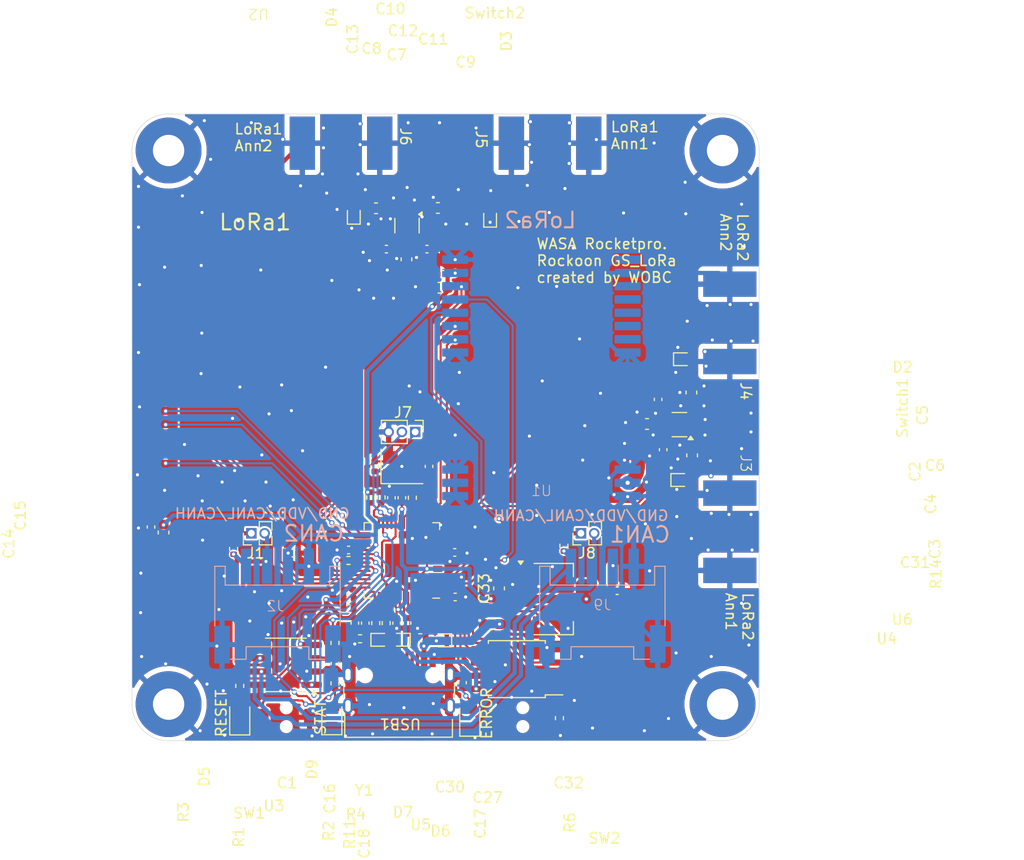
<source format=kicad_pcb>
(kicad_pcb (version 20240108) (generator "pcbnew") (generator_version "8.0")
  (layers (0 "F.Cu" signal) (31 "B.Cu" signal) (34 "B.Paste" user) (35 "F.Paste" user) (36 "B.SilkS" user "B.Silkscreen") (37 "F.SilkS" user "F.Silkscreen") (38 "B.Mask" user) (39 "F.Mask" user) (44 "Edge.Cuts" user))
  (net 0 "")
  (net 1 "GND")
  (net 2 "VDD")
  (net 3 "Net-(J8-Pin_1)")
  (net 4 "/RF1sw1")
  (net 5 "/RF1sw2")
  (net 6 "/RF2sw1")
  (net 7 "/RF2sw2")
  (net 8 "VBUS")
  (net 9 "RESET")
  (net 10 "/PR2040_2/USB_D+")
  (net 11 "/PR2040_2/USB_D-")
  (net 12 "/IF3/CANL")
  (net 13 "/IF3/CANH")
  (net 14 "/PR2040_2/I2C_SDA")
  (net 15 "/PR2040_2/I2C_SCL")
  (net 16 "/LoRa1/LoRa_RTX")
  (net 17 "/RF1M0")
  (net 18 "/LoRa1/LoRa_TRX")
  (net 19 "/RF1AUX")
  (net 20 "/RF1M1")
  (net 21 "/RF2M1")
  (net 22 "/LoRa2/LoRa_TRX")
  (net 23 "/RF2AUX")
  (net 24 "/RF2M0")
  (net 25 "/LoRa2/LoRa_RTX")
  (net 26 "/PR2040_2/CAN_RX")
  (net 27 "/PR2040_2/CAN_TX")
  (net 28 "/PR2040_2/GPIO4")
  (net 29 "/PR2040_2/GPIO21")
  (net 30 "/PR2040_2/GPIO2")
  (net 31 "/PR2040_2/GPIO3")
  (net 32 "/PR2040_2/GPIO15")
  (net 33 "/PR2040_2/GPIO7")
  (net 34 "/PR2040_2/GPIO5")
  (net 35 "/PR2040_2/GPIO6")
  (net 36 "/PR2040_2/GPIO8")
  (net 37 "/PR2040_2/GPIO9")
  (net 38 "Net-(U5-XIN)")
  (net 39 "Net-(C19-Pad2)")
  (net 40 "Net-(U5-VREG_VOUT)")
  (net 41 "Net-(D5-A)")
  (net 42 "Net-(D9-A)")
  (net 43 "Net-(D10-A)")
  (net 44 "Net-(J7-Pin_2)")
  (net 45 "Net-(J7-Pin_1)")
  (net 46 "Net-(USB1-CC1)")
  (net 47 "Net-(USB1-CC2)")
  (net 48 "Net-(R6-Pad2)")
  (net 49 "Net-(U4-~{CS})")
  (net 50 "Net-(U5-USB_DP)")
  (net 51 "Net-(U5-USB_DM)")
  (net 52 "Net-(U5-XOUT)")
  (net 53 "Net-(U5-GPIO25)")
  (net 54 "Net-(U5-GPIO24)")
  (net 56 "Net-(U4-DO(IO1))")
  (net 57 "Net-(U4-DI(IO0))")
  (net 58 "Net-(U4-IO2)")
  (net 59 "Net-(U4-IO3)")
  (net 60 "Net-(U4-CLK)")
  (net 63 "Net-(D1-A2)")
  (net 64 "Net-(Switch1-J3)")
  (net 65 "Net-(D2-A2)")
  (net 66 "Net-(Switch1-J2)")
  (net 67 "Net-(U1-ANT)")
  (net 68 "Net-(Switch1-J1)")
  (net 69 "Net-(D3-A2)")
  (net 70 "Net-(Switch2-J3)")
  (net 71 "Net-(D4-A2)")
  (net 72 "Net-(Switch2-J2)")
  (net 73 "Net-(U2-ANT)")
  (net 74 "Net-(Switch2-J1)")
  (net 75 "Net-(J1-Pin_1)")
  (footprint "Capacitor_SMD:C_0402_1005Metric" (layer "F.Cu") (at 144.82 96.740052 90)
    (property "Reference" "C21" (hide yes))
    (property "Value" "100nF")
  )
  (footprint "Capacitor_SMD:C_0603_1608Metric" (layer "F.Cu") (at 169.275 89.680052)
    (property "Reference" "C6")
    (property "Value" "100p")
  )
  (footprint "LED_SMD:LED_0805_2012Metric" (layer "F.Cu") (at 139.12 117.740052 90)
    (property "Reference" "D9")
    (property "Value" "STAT")
  )
  (footprint "Capacitor_SMD:C_0402_1005Metric" (layer "F.Cu") (at 145.32 108.740052 -90)
    (property "Reference" "C25" (hide yes))
    (property "Value" "100nF")
  )
  (footprint "Resistor_SMD:R_0402_1005Metric" (layer "F.Cu") (at 129.72 101.640052 -90)
    (property "Reference" "R1")
    (property "Value" "120")
  )
  (footprint "Capacitor_SMD:C_0402_1005Metric" (layer "F.Cu") (at 146.32 108.740052 -90)
    (property "Reference" "C20" (hide yes))
    (property "Value" "100nF")
  )
  (footprint "Capacitor_SMD:C_0603_1608Metric" (layer "F.Cu") (at 146.26 73.915052 90)
    (property "Reference" "C13")
    (property "Value" "100p")
  )
  (footprint "Capacitor_SMD:C_0603_1608Metric" (layer "F.Cu") (at 143.35 69.030052 180)
    (property "Reference" "C10")
    (property "Value" "100p")
  )
  (footprint "Capacitor_SMD:C_0402_1005Metric" (layer "F.Cu") (at 142.32 108.740052 90)
    (property "Reference" "C22" (hide yes))
    (property "Value" "1uF")
  )
  (footprint "Resistor_SMD:R_0402_1005Metric" (layer "F.Cu") (at 161.32 101.340052 -90)
    (property "Reference" "R14")
    (property "Value" "120")
  )
  (footprint "Resistor_SMD:R_0402_1005Metric" (layer "F.Cu") (at 142.84 96.720052 -90)
    (property "Reference" "R12" (hide yes))
    (property "Value" "10k")
  )
  (footprint "Connector_PinHeader_1.27mm:PinHeader_1x03_P1.27mm_Vertical" (layer "F.Cu") (at 147.095 90.440052 -90)
    (property "Reference" "J7")
    (property "Value" "DEBUG")
  )
  (footprint "Capacitor_SMD:C_0402_1005Metric" (layer "F.Cu") (at 143.22 93.740052 -90)
    (property "Reference" "C19" (hide yes))
    (property "Value" "27pF")
  )
  (footprint "Diode_SMD:D_SOD-882" (layer "F.Cu") (at 154.26 70.020052 90)
    (property "Reference" "D3")
    (property "Value" "ESD9B5.0ST5G")
  )
  (footprint "LED_SMD:LED_0805_2012Metric" (layer "F.Cu") (at 152.32 117.877552 90)
    (property "Reference" "D10" (hide yes))
    (property "Value" "ERROR")
  )
  (footprint "WOBCLibrary:SMA_aki" (layer "F.Cu") (at 140 59 -90)
    (property "Reference" "J6")
    (property "Value" "SMA")
  )
  (footprint "Capacitor_SMD:C_0402_1005Metric" (layer "F.Cu") (at 148.42 93.740052 -90)
    (property "Reference" "C18")
    (property "Value" "27pF")
  )
  (footprint "Package_TO_SOT_SMD:SOT-363_SC-70-6" (layer "F.Cu") (at 146.31 70.690052 -90)
    (property "Reference" "Switch2")
    (property "Value" "XA17-G4K1")
  )
  (footprint "Capacitor_SMD:C_0402_1005Metric" (layer "F.Cu") (at 166.42 105.640052 180)
    (property "Reference" "C31")
    (property "Value" "100nF")
  )
  (footprint "Capacitor_SMD:C_0603_1608Metric" (layer "F.Cu") (at 155.12 105.415052 90)
    (property "Reference" "C33")
    (property "Value" "10u")
  )
  (footprint "Capacitor_SMD:C_0402_1005Metric" (layer "F.Cu") (at 149.72 75.340052 180)
    (property "Reference" "C8")
    (property "Value" "100n")
  )
  (footprint "Capacitor_SMD:C_0402_1005Metric" (layer "F.Cu") (at 144.34 72.940052 180)
    (property "Reference" "C12")
    (property "Value" "100n")
  )
  (footprint "Capacitor_SMD:C_0402_1005Metric" (layer "F.Cu") (at 139.42 112.595104 90)
    (property "Reference" "C16")
    (property "Value" "100nF")
  )
  (footprint "Capacitor_SMD:C_0402_1005Metric" (layer "F.Cu") (at 140.72 106.340052 180)
    (property "Reference" "C29" (hide yes))
    (property "Value" "100nF")
  )
  (footprint "Capacitor_SMD:C_0603_1608Metric" (layer "F.Cu") (at 154.395 108.840052 180)
    (property "Reference" "C32")
    (property "Value" "10u")
  )
  (footprint "Package_TO_SOT_SMD:SOT-363_SC-70-6" (layer "F.Cu") (at 172.37 89.740052 180)
    (property "Reference" "Switch1")
    (property "Value" "XA17-G4K1")
  )
  (footprint "Capacitor_SMD:C_0402_1005Metric" (layer "F.Cu") (at 150.88 101.975078)
    (property "Reference" "C27")
    (property "Value" "100nF")
  )
  (footprint "WOBCLibrary:TVAF06-A020B-R" (layer "F.Cu") (at 157.395 117.740052 -90)
    (property "Reference" "SW2")
    (property "Value" "BOOT0")
  )
  (footprint "WOBCLibrary:TVAF06-A020B-R" (layer "F.Cu") (at 134.76 117.750052 -90)
    (property "Reference" "SW1")
    (property "Value" "RESET_sw")
  )
  (footprint "Capacitor_SMD:C_0402_1005Metric" (layer "F.Cu") (at 141.32 108.740052 90)
    (property "Reference" "C24" (hide yes))
    (property "Value" "1uF")
  )
  (footprint "Resistor_SMD:R_0402_1005Metric" (layer "F.Cu") (at 160.895 117.840052 -90)
    (property "Reference" "R6")
    (property "Value" "1k")
  )
  (footprint "Connector_PinHeader_1.27mm:PinHeader_1x02_P1.27mm_Vertical" (layer "F.Cu") (at 131.42 100.140052 90)
    (property "Reference" "J1")
    (property "Value" "Jumper")
  )
  (footprint "Capacitor_SMD:C_0402_1005Metric" (layer "F.Cu") (at 170.82 92.140052 -90)
    (property "Reference" "C4")
    (property "Value" "100n")
  )
  (footprint "Capacitor_SMD:C_0402_1005Metric" (layer "F.Cu") (at 140.72 101.740052 180)
    (property "Reference" "C26" (hide yes))
    (property "Value" "100nF")
  )
  (footprint "WOBCLibrary:SMA_aki" (layer "F.Cu") (at 160 59 -90)
    (property "Reference" "J5")
    (property "Value" "SMA")
  )
  (footprint "Capacitor_SMD:C_0402_1005Metric" (layer "F.Cu") (at 150.92 106.240052)
    (property "Reference" "C30")
    (property "Value" "100nF")
  )
  (footprint "Diode_SMD:D_SOD-882" (layer "F.Cu") (at 172.37 95.040052)
    (property "Reference" "D1" (hide yes))
    (property "Value" "ESD9B5.0ST5G")
  )
  (footprint "Capacitor_SMD:C_0603_1608Metric" (layer "F.Cu") (at 123.02 100.065052 -90)
    (property "Reference" "C14")
    (property "Value" "10u")
  )
  (footprint "WOBCLibrary:SMA_aki" (layer "F.Cu") (at 181 80 180)
    (property "Reference" "J4")
    (property "Value" "SMA")
  )
  (footprint "Diode_SMD:D_SOD-882" (layer "F.Cu") (at 143.67 110.340052)
    (property "Reference" "D8" (hide yes))
    (property "Value" "5V")
  )
  (footprint "Diode_SMD:D_SOD-882" (layer "F.Cu") (at 149.77 110.390052 180)
    (property "Reference" "D6")
    (property "Value" "5V")
  )
  (footprint "Package_SO:SOIC-8_3.9x4.9mm_P1.27mm" (layer "F.Cu") (at 134.72 112.740052 180)
    (property "Reference" "U3")
    (property "Value" "SN65HVD230")
  )
  (footprint "Resistor_SMD:R_0402_1005Metric" (layer "F.Cu") (at 143.32 108.740052 90)
    (property "Reference" "R8" (hide yes))
    (property "Value" "22.4")
  )
  (footprint "Diode_SMD:D_SOD-882" (layer "F.Cu") (at 145.8 110.330052 180)
    (property "Reference" "D7")
    (property "Value" "5V")
  )
  (footprint "WOBCLibrary:SMA_aki" (layer "F.Cu") (at 181 100 180)
    (property "Reference" "J3")
    (property "Value" "SMA" (hide yes))
  )
  (footprint "Capacitor_SMD:C_0402_1005Metric" (layer "F.Cu") (at 148.22 72.940052)
    (property "Reference" "C11")
    (property "Value" "100n")
  )
  (footprint "Package_TO_SOT_SMD:SOT-223-3_TabPin2" (layer "F.Cu") (at 160.32 106.440052)
    (property "Reference" "U6")
    (property "Value" "AMS1117-3.3")
  )
  (footprint "Diode_SMD:D_SOD-882" (layer "F.Cu") (at 141.22 69.740052 90)
    (property "Reference" "D4")
    (property "Value" "ESD9B5.0ST5G")
  )
  (footprint "Resistor_SMD:R_0402_1005Metric" (layer "F.Cu") (at 147.58 110.140052)
    (property "Reference" "R5" (hide yes))
    (property "Value" "22k")
  )
  (footprint "Resistor_SMD:R_0402_1005Metric" (layer "F.Cu") (at 140.71 102.740052 180)
    (property "Reference" "R13" (hide yes))
    (property "Value" "1k")
  )
  (footprint "Resistor_SMD:R_0402_1005Metric" (layer "F.Cu") (at 146.82 96.740052 -90)
    (property "Reference" "R9" (hide yes))
    (property "Value" "1k")
  )
  (footprint "Capacitor_SMD:C_0402_1005Metric" (layer "F.Cu") (at 170.335 87.330052 90)
    (property "Reference" "C5")
    (property "Value" "100n")
  )
  (footprint "Resistor_SMD:R_0402_1005Metric" (layer "F.Cu") (at 139.42 114.505104 -90)
    (property "Reference" "R11")
    (property "Value" "1k")
  )
  (footprint "Resistor_SMD:R_0402_1005Metric" (layer "F.Cu") (at 143.83 96.710052 -90)
    (property "Reference" "R10" (hide yes))
    (property "Value" "10k")
  )
  (footprint "Crystal:Crystal_SMD_3225-4Pin_3.2x2.5mm" (layer "F.Cu") (at 145.82 93.740052)
    (property "Reference" "Y1")
    (property "Value" "Crystal_GND24")
  )
  (footprint "WOBCLibrary:E220-900T22S(JP)" (layer "F.Cu") (at 131.37 73.400052 180)
    (property "Reference" "U2")
    (property "Value" "E220-900T22S(JP)")
  )
  (footprint "Capacitor_SMD:C_0603_1608Metric" (layer "F.Cu") (at 173.59 92.685052 -90)
    (property "Reference" "C2")
    (property "Value" "100p" (hide yes))
  )
  (footprint "Capacitor_SMD:C_0402_1005Metric" (layer "F.Cu") (at 135.42 102.040052 180)
    (property "Reference" "C1")
    (property "Value" "100nF")
  )
  (footprint "Resistor_SMD:R_0402_1005Metric" (layer "F.Cu") (at 141.82 110.240052 180)
    (property "Reference" "R4")
    (property "Value" "22k")
  )
  (footprint "Capacitor_SMD:C_0402_1005Metric" (layer "F.Cu") (at 151.62 114.440052 -90)
    (property "Reference" "C17")
    (property "Value" "100nF")
  )
  (footprint "Capacitor_SMD:C_0603_1608Metric" (layer "F.Cu") (at 149.42 76.640052 180)
    (property "Reference" "C7")
    (property "Value" "10u")
  )
  (footprint "Diode_SMD:D_SOD-882" (layer "F.Cu") (at 172.62 83.480052)
    (property "Reference" "D2")
    (property "Value" "ESD9B5.0ST5G")
  )
  (footprint "Capacitor_SMD:C_0603_1608Metric" (layer "F.Cu") (at 173.52 86.665052 90)
    (property "Reference" "C3")
    (property "Value" "100p")
  )
  (footprint "Capacitor_SMD:C_0603_1608Metric" (layer "F.Cu") (at 149.265 69.000052)
    (property "Reference" "C9")
    (property "Value" "100p")
  )
  (footprint "WOBCLibrary:Board_1U_60x60" (layer "F.Cu") (at 150 90 180)
    (property "Reference" "REF**" (hide yes))
    (property "Value" "Board_1U_60x60" (hide yes))
    (fp_line (start 30 -26.5) (end 30 26.5) (stroke (width 0.05)) (layer "Edge.Cuts"))
    (fp_line (start 26.5 30) (end -26.5 30) (stroke (width 0.05)) (layer "Edge.Cuts"))
    (fp_line (start -26.5 -30) (end 26.5 -30) (stroke (width 0.05)) (layer "Edge.Cuts"))
    (fp_line (start -30 26.5) (end -30 -26.5) (stroke (width 0.05)) (layer "Edge.Cuts"))
    (fp_arc (start 30 26.5) (mid 28.974874 28.974874) (end 26.5 30) (stroke (width 0.05)) (layer "Edge.Cuts"))
    (fp_arc (start 26.5 -30) (mid 28.974874 -28.974874) (end 30 -26.5) (stroke (width 0.05)) (layer "Edge.Cuts"))
    (fp_arc (start -26.5 30) (mid -28.974874 28.974874) (end -30 26.5) (stroke (width 0.05)) (layer "Edge.Cuts"))
    (fp_arc (start -30 -26.5) (mid -28.974874 -28.974874) (end -26.5 -30) (stroke (width 0.05)) (layer "Edge.Cuts"))
  )
  (footprint "Resistor_SMD:R_0402_1005Metric" (layer "F.Cu") (at 130.31 114.750052 -90)
    (property "Reference" "R3")
    (property "Value" "1k")
  )
  (footprint "Resistor_SMD:R_0402_1005Metric" (layer "F.Cu") (at 139.42 110.640052 90)
    (property "Reference" "R2")
    (property "Value" "10k")
  )
  (footprint "Package_SO:SOIC-8_5.23x5.23mm_P1.27mm" (layer "F.Cu") (at 156.82 113.145052 180)
    (property "Reference" "U4")
    (property "Value" "W25Q128JVS")
  )
  (footprint "Connector_PinHeader_1.27mm:PinHeader_1x02_P1.27mm_Vertical" (layer "F.Cu") (at 162.95 100.140052 90)
    (property "Reference" "J8")
    (property "Value" "Jumper")
  )
  (footprint "Package_DFN_QFN:QFN-56-1EP_7x7mm_P0.4mm_EP3.2x3.2mm" (layer "F.Cu") (at 145.82 102.740052 180)
    (property "Reference" "U5")
    (property "Value" "RP2040")
  )
  (footprint "Capacitor_SMD:C_0402_1005Metric" (layer "F.Cu") (at 121.82 99.540052 -90)
    (property "Reference" "C15")
    (property "Value" "100n")
  )
  (footprint "LED_SMD:LED_0805_2012Metric" (layer "F.Cu") (at 130.31 117.760052 90)
    (property "Reference" "D5")
    (property "Value" "RESET")
  )
  (footprint "WOBCLibrary:USB_C_TYPEC-301S-ACP16X7" (layer "F.Cu") (at 145.555 115.875052)
    (property "Reference" "USB1")
    (property "Value" "USB_C_Receptacle_USB2.0")
  )
  (footprint "Capacitor_SMD:C_0402_1005Metric" (layer "F.Cu") (at 145.82 96.740052 90)
    (property "Reference" "C28" (hide yes))
    (property "Value" "100nF")
  )
  (footprint "Resistor_SMD:R_0402_1005Metric" (layer "F.Cu") (at 144.32 108.740052 90)
    (property "Reference" "R7" (hide yes))
    (property "Value" "22.4")
  )
  (footprint "Capacitor_SMD:C_0402_1005Metric" (layer "F.Cu") (at 140.72 107.340052 180)
    (property "Reference" "C23" (hide yes))
    (property "Value" "100nF")
  )
  (footprint "WOBCLibrary:Grove_4P_L_SMD" (layer "B.Cu") (at 133.92 107 180)
    (property "Reference" "J2")
    (property "Value" "Conn_01x04_MountingPin")
  )
  (footprint "WOBCLibrary:E220-900T22S(JP)" (layer "B.Cu") (at 159.17 96.580052 180)
    (property "Reference" "U1")
    (property "Value" "E220-900T22S(JP)")
  )
  (footprint "WOBCLibrary:Grove_4P_L_SMD" (layer "B.Cu") (at 165 107 180)
    (property "Reference" "J9")
    (property "Value" "Conn_01x04_MountingPin")
  )
  (gr_text "GND/VDD/CANL/CANH" (at 140.92 98.840052 -0) (layer "B.SilkS") (effects (font (size 1 1)) (justify left bottom mirror)))
  (gr_text "LoRa2" (at 162.62 71.040052 0) (layer "B.SilkS") (effects (font (size 1.5 1.5) (thickness 0.2)) (justify left bottom mirror)))
  (gr_text "CAN1" (at 171.62 101.140052 0) (layer "B.SilkS") (effects (font (size 1.5 1.5) (thickness 0.2)) (justify left bottom mirror)))
  (gr_text "CAN2" (at 140.42 101.040052 0) (layer "B.SilkS") (effects (font (size 1.5 1.5) (thickness 0.2)) (justify left bottom mirror)))
  (gr_text "GND/VDD/CANL/CANH" (at 171.42 99.040052 -0) (layer "B.SilkS") (effects (font (size 1 1)) (justify left bottom mirror)))
  (gr_text "STAT" (at 138.62 119.540052 90) (layer "F.SilkS") (effects (font (size 1 1)) (justify left bottom)))
  (gr_text "LoRa2\nAnn2" (at 176.22 69.440052 270) (layer "F.SilkS") (effects (font (size 1 1)) (justify left bottom)))
  (gr_text "LoRa2\nAnn1" (at 176.72 105.740052 270) (layer "F.SilkS") (effects (font (size 1 1)) (justify left bottom)))
  (gr_text "LoRa1\nAnn2" (at 129.72 63.640052 0) (layer "F.SilkS") (effects (font (size 1 1)) (justify left bottom)))
  (gr_text "ERROR" (at 154.52 119.940052 90) (layer "F.SilkS") (effects (font (size 1 1)) (justify left bottom)))
  (gr_text "LoRa1" (at 128.22 71.240052 0) (layer "F.SilkS") (effects (font (size 1.5 1.5) (thickness 0.2)) (justify left bottom)))
  (gr_text "WASA Rocketpro.\nRockoon GS_LoRa\ncreated by WOBC" (at 158.62 76.240052 0) (layer "F.SilkS") (effects (font (size 1 1)) (justify left bottom)))
  (gr_text "RESET" (at 129.12 119.740052 90) (layer "F.SilkS") (effects (font (size 1 1)) (justify left bottom)))
  (gr_text "LoRa1\nAnn1" (at 165.72 63.440052 0) (layer "F.SilkS") (effects (font (size 1 1)) (justify left bottom)))
  (segment (start 148.52 116.140052) (end 143.12 116.140052) (width 0.8) (layer "F.Cu") (net 1))
  (segment (start 137.97 94.360051) (end 137.97 87.900174) (width 0.4) (layer "F.Cu") (net 1))
  (segment (start 140.24 106.340052) (end 140.24 107.340052) (width 0.4) (layer "F.Cu") (net 1))
  (segment (start 144.555 81.685813) (end 148.645 77.595813) (width 0.4) (layer "F.Cu") (net 1))
  (segment (start 141.140026 114.695026) (end 140.995 114.840052) (width 0.4) (layer "F.Cu") (net 1))
  (segment (start 143.22 93.260052) (end 144.35 93.260052) (width 0.2) (layer "F.Cu") (net 1))
  (segment (start 146.32 109.220052) (end 147.3 109.220052) (width 0.4) (layer "F.Cu") (net 1))
  (segment (start 141.5 116.815052) (end 141.5 117.460052) (width 0.4) (layer "F.Cu") (net 1))
  (segment (start 151.62 113.960052) (end 150.745 113.960052) (width 0.4) (layer "F.Cu") (net 1))
  (segment (start 144.72 92.890052) (end 145.779974 91.830078) (width 0.2) (layer "F.Cu") (net 1))
  (segment (start 140.540052 114.385104) (end 140.540052 113.960104) (width 0.4) (layer "F.Cu") (net 1))
  (segment (start 138.370001 73.400052) (end 137.92 73.850053) (width 0.4) (layer "F.Cu") (net 1))
  (segment (start 150.92 73.950052) (end 149.71 73.950052) (width 0.4) (layer "F.Cu") (net 1))
  (segment (start 146.82 100.640052) (end 146.82 101.740052) (width 0.4) (layer "F.Cu") (net 1))
  (segment (start 138.730122 87.140052) (end 139.62 87.140052) (width 0.4) (layer "F.Cu") (net 1))
  (segment (start 153.263972 108.484024) (end 153.62 108.840052) (width 0.4) (layer "F.Cu") (net 1))
  (segment (start 141.31 112.465078) (end 141.31 111.440052) (width 0.4) (layer "F.Cu") (net 1))
  (segment (start 151.524974 102.040052) (end 151.38 101.895078) (width 0.4) (layer "F.Cu") (net 1))
  (segment (start 137.92 73.850053) (end 137.92 75.12993) (width 0.4) (layer "F.Cu") (net 1))
  (segment (start 144.585024 95.605078) (end 143.585026 95.605078) (width 0.2) (layer "F.Cu") (net 1))
  (segment (start 141.140026 112.635052) (end 141.31 112.465078) (width 0.4) (layer "F.Cu") (net 1))
  (segment (start 138.62 113.040052) (end 138.285 113.375052) (width 0.4) (layer "F.Cu") (net 1))
  (segment (start 150.14962 115.864698) (end 150.14 115.855078) (width 0.4) (layer "F.Cu") (net 1))
  (segment (start 149.465 116.140052) (end 149.12 116.140052) (width 0.8) (layer "F.Cu") (net 1))
  (segment (start 144.555 92.725052) (end 144.72 92.890052) (width 0.4) (layer "F.Cu") (net 1))
  (segment (start 137.97 87.900174) (end 138.730122 87.140052) (width 0.4) (layer "F.Cu") (net 1))
  (segment (start 140.540052 113.960104) (end 139.655052 113.075104) (width 0.4) (layer "F.Cu") (net 1))
  (segment (start 142.42 72.940052) (end 142.12 73.240052) (width 0.4) (layer "F.Cu") (net 1))
  (segment (start 150.45 113.665052) (end 150.45 111.450052) (width 0.4) (layer "F.Cu") (net 1))
  (segment (start 149.54 111.740052) (end 148.92 111.740052) (width 0.4) (layer "F.Cu") (net 1))
  (segment (start 123.12 75.940052) (end 123.12 87.140052) (width 0.4) (layer "F.Cu") (net 1))
  (segment (start 150.14 115.855078) (end 150.14 116.815052) (width 0.4) (layer "F.Cu") (net 1))
  (segment (start 151.665 118.815052) (end 152.545 118.815052) (width 0.4) (layer "F.Cu") (net 1))
  (segment (start 149.12 116.140052) (end 148.82 116.440052) (width 0.8) (layer "F.Cu") (net 1))
  (segment (start 141.140026 112.635052) (end 141.140026 114.695026) (width 0.4) (layer "F.Cu") (net 1))
  (segment (start 141.22 70.740052) (end 141.02 70.940052) (width 0.4) (layer "F.Cu") (net 1))
  (segment (start 141.31 110.240052) (end 141.31 110.560052) (width 0.4) (layer "F.Cu") (net 1))
  (segment (start 149.075 112.205052) (end 148.67 112.205052) (width 0.4) (layer "F.Cu") (net 1))
  (segment (start 141.22 70.090052) (end 141.22 70.740052) (width 0.4) (layer "F.Cu") (net 1))
  (segment (start 144.82 96.260052) (end 145.82 96.260052) (width 0.2) (layer "F.Cu") (net 1))
  (segment (start 150.14 115.244317) (end 150.14 115.185078) (width 0.4) (layer "F.Cu") (net 1))
  (segment (start 144.87 92.890052) (end 144.72 92.890052) (width 0.2) (layer "F.Cu") (net 1))
  (segment (start 144.97 92.890052) (end 144.72 92.890052) (width 0.4) (layer "F.Cu") (net 1))
  (segment (start 146.32 109.220052) (end 146.15 109.390052) (width 0.4) (layer "F.Cu") (net 1))
  (segment (start 149.24 75.340052) (end 149.24 76.045052) (width 0.4) (layer "F.Cu") (net 1))
  (segment (start 138.370001 94.760052) (end 137.97 94.360051) (width 0.4) (layer "F.Cu") (net 1))
  (segment (start 150.14 115.855078) (end 150.14 115.244317) (width 0.4) (layer "F.Cu") (net 1))
  (segment (start 146.92 94.590052) (end 146.895736 94.590052) (width 0.4) (layer "F.Cu") (net 1))
  (segment (start 150.14 115.244317) (end 150.14 114.840052) (width 0.4) (layer "F.Cu") (net 1))
  (segment (start 147.32 109.240052) (end 147.558076 109.240052) (width 0.4) (layer "F.Cu") (net 1))
  (segment (start 146.92 94.590052) (end 146.67 94.590052) (width 0.4) (layer "F.Cu") (net 1))
  (segment (start 140.995 112.780078) (end 140.995 116.310052) (width 0.8) (layer "F.Cu") (net 1))
  (segment (start 139.62 75.940052) (end 139.12 75.940052) (width 0.4) (layer "F.Cu") (net 1))
  (segment (start 150.12 109.840052) (end 150.12 111.120052) (width 0.4) (layer "F.Cu") (net 1))
  (segment (start 142.175 116.140052) (end 141.5 116.815052) (width 0.8) (layer "F.Cu") (net 1))
  (segment (start 143.4 110.240052) (end 143.34 110.240052) (width 0.2) (layer "F.Cu") (net 1))
  (segment (start 148.42 92.455078) (end 148.42 93.260052) (width 0.2) (layer "F.Cu") (net 1))
  (segment (start 144.555 90.440052) (end 144.555 81.685813) (width 0.4) (layer "F.Cu") (net 1))
  (segment (start 146.925122 70.740052) (end 147.12 70.740052) (width 0.4) (layer "F.Cu") (net 1))
  (segment (start 144.555 90.435078) (end 144.555 92.725052) (width 0.4) (layer "F.Cu") (net 1))
  (segment (start 123.12 75.940052) (end 136.260052 62.8) (width 0.4) (layer "F.Cu") (net 1))
  (segment (start 142.72 116.540052) (end 142.32 116.140052) (width 0.8) (layer "F.Cu") (net 1))
  (segment (start 153.62 117.740052) (end 155.17 117.740052) (width 0.4) (layer "F.Cu") (net 1))
  (segment (start 149.92 109.640052) (end 150.12 109.840052) (width 0.4) (layer "F.Cu") (net 1))
  (segment (start 139.32 106.420052) (end 140.24 107.340052) (width 0.4) (layer "F.Cu") (net 1))
  (segment (start 141.31 110.740052) (end 141.31 111.440052) (width 0.4) (layer "F.Cu") (net 1))
  (segment (start 140.995 116.310052) (end 141.5 116.815052) (width 0.8) (layer "F.Cu") (net 1))
  (segment (start 143.12 116.140052) (end 142.72 116.540052) (width 0.8) (layer "F.Cu") (net 1))
  (segment (start 148.645 77.595813) (end 148.645 76.640052) (width 0.4) (layer "F.Cu") (net 1))
  (segment (start 152.055026 102.040052) (end 151.910026 102.040052) (width 0.4) (layer "F.Cu") (net 1))
  (segment (start 150.45 113.665052) (end 150.45 114.530052) (width 0.4) (layer "F.Cu") (net 1))
  (segment (start 137.195 113.375052) (end 136.72 113.340052) (width 0.4) (layer "F.Cu") (net 1))
  (segment (start 145.32 109.240052) (end 145.32 109.220052) (width 0.4) (layer "F.Cu") (net 1))
  (segment (start 144.82 95.840054) (end 144.82 96.260052) (width 0.2) (layer "F.Cu") (net 1))
  (segment (start 144.62 95.640054) (end 144.82 95.840054) (width 0.2) (layer "F.Cu") (net 1))
  (segment (start 147.795 91.830078) (end 148.42 92.455078) (width 0.2) (layer "F.Cu") (net 1))
  (segment (start 135.438026 114.645052) (end 132.245 114.645052) (width 0.4) (layer "F.Cu") (net 1))
  (segment (start 145.82 93.740052) (end 144.97 92.890052) (width 0.4) (layer "F.Cu") (net 1))
  (segment (start 141.140026 112.635052) (end 140.995 112.780078) (width 0.8) (layer "F.Cu") (net 1))
  (segment (start 139.384948 113.040052) (end 138.62 113.040052) (width 0.4) (layer "F.Cu") (net 1))
  (segment (start 143.22 93.260052) (end 142.61 93.870052) (width 0.2) (layer "F.Cu") (net 1))
  (segment (start 140.81 116.910052) (end 141.405 116.910052) (width 0.4) (layer "F.Cu") (net 1))
  (segment (start 148.92 111.740052) (end 148.92 112.360052) (width 0.4) (layer "F.Cu") (net 1))
  (segment (start 139.78 73.240052) (end 139.62 73.400052) (width 0.4) (layer "F.Cu") (net 1))
  (segment (start 138.285 113.375052) (end 137.195 113.375052) (width 0.4) (layer "F.Cu") (net 1))
  (segment (start 141.79 111.040052) (end 141.71 111.040052) (width 0.4) (layer "F.Cu") (net 1))
  (segment (start 139.17 105.590052) (end 139.32 105.740052) (width 0.4) (layer "F.Cu") (net 1))
  (segment (start 146.32 109.220052) (end 145.32 109.240052) (width 0.4) (layer "F.Cu") (net 1))
  (segment (start 150.6 113.910052) (end 150.6 114.725078) (width 0.4) (layer "F.Cu") (net 1))
  (segment (start 138.730122 75.940052) (end 139.12 75.940052) (width 0.4) (layer "F.Cu") (net 1))
  (segment (start 160.42 111.240052) (end 159.859974 111.240052) (width 0.2) (layer "F.Cu") (net 1))
  (segment (start 150.14 111.140052) (end 149.54 111.740052) (width 0.4) (layer "F.Cu") (net 1))
  (segment (start 147.12 70.740052) (end 148.7 72.320052) (width 0.4) (layer "F.Cu") (net 1))
  (segment (start 147.558076 109.240052) (end 148.148076 109.830052) (width 0.4) (layer "F.Cu") (net 1))
  (segment (start 150.6 114.725078) (end 150.14 115.185078) (width 0.4) (layer "F.Cu") (net 1))
  (segment (start 174.835 89.255052) (end 174.35 89.740052) (width 0.4) (layer "F.Cu") (net 1))
  (segment (start 142.205 111.455052) (end 142.205 112.300052) (width 0.4) (layer "F.Cu") (net 1))
  (segment (start 135.9 102.040052) (end 135.9 102.28) (width 0.4) (layer "F.Cu") (net 1))
  (segment (start 159.859974 111.240052) (end 159.7 111.080078) (width 0.2) (layer "F.Cu") (net 1))
  (segment (start 141.32 109.220052) (end 142.32 109.220052) (width 0.4) (layer "F.Cu") (net 1))
  (segment (start 133.3 94.760052) (end 132.82 95.240052) (width 0.4) (layer "F.Cu") (net 1))
  (segment (start 123.12 74.670052) (end 123.12 75.940052) (width 0.4) (layer "F.Cu") (net 1))
  (segment (start 148.92 112.360052) (end 149.075 112.205052) (width 0.4) (layer "F.Cu") (net 1))
  (segment (start 139.62 73.400052) (end 138.370001 73.400052) (width 0.4) (layer "F.Cu") (net 1))
  (segment (start 150.45 112.790052) (end 151.62 113.960052) (width 0.4) (layer "F.Cu") (net 1))
  (segment (start 141.5 117.460052) (end 140.2825 118.677552) (width 0.4) (layer "F.Cu") (net 1))
  (segment (start 143.86 72.940052) (end 142.42 72.940052) (width 0.4) (layer "F.Cu") (net 1))
  (segment (start 151.1 113.960052) (end 151.62 113.960052) (width 0.4) (layer "F.Cu") (net 1))
  (segment (start 150.45 112.640052) (end 150.45 112.790052) (width 0.4) (layer "F.Cu") (net 1))
  (segment (start 149.24 76.045052) (end 148.645 76.640052) (width 0.4) (layer "F.Cu") (net 1))
  (segment (start 150.14 114.920052) (end 151.1 113.960052) (width 0.4) (layer "F.Cu") (net 1))
  (segment (start 142.12 73.240052) (end 139.78 73.240052) (width 0.4) (layer "F.Cu") (net 1))
  (segment (start 123.12 73.400052) (end 123.12 74.670052) (width 0.4) (layer "F.Cu") (net 1))
  (segment (start 150.52 116.910052) (end 150.14 117.290052) (width 0.4) (layer "F.Cu") (net 1))
  (segment (start 150.14 116.815052) (end 150.14 117.290052) (width 0.4) (layer "F.Cu") (net 1))
  (segment (start 147.12 104.040052) (end 145.82 102.740052) (width 0.4) (layer "F.Cu") (net 1))
  (segment (start 146.82 99.302552) (end 146.82 100.640052) (width 0.2) (layer "F.Cu") (net 1))
  (segment (start 152.545 118.815052) (end 153.62 117.740052) (width 0.4) (layer "F.Cu") (net 1))
  (segment (start 149.71 73.950052) (end 148.7 72.940052) (width 0.4) (layer "F.Cu") (net 1))
  (segment (start 135.9 102.28) (end 136.92 103.3) (width 0.4) (layer "F.Cu") (net 1))
  (segment (start 141.32 110.230052) (end 141.31 110.240052) (width 0.4) (layer "F.Cu") (net 1))
  (segment (start 150.14 117.290052) (end 151.665 118.815052) (width 0.4) (layer "F.Cu") (net 1))
  (segment (start 146.15 109.390052) (end 146.15 110.330052) (width 0.4) (layer "F.Cu") (net 1))
  (segment (start 137.92 75.12993) (end 138.730122 75.940052) (width 0.4) (layer "F.Cu") (net 1))
  (segment (start 147.3 109.220052) (end 147.32 109.240052) (width 0.4) (layer "F.Cu") (net 1))
  (segment (start 141.32 109.220052) (end 141.32 110.230052) (width 0.4) (layer "F.Cu") (net 1))
  (segment (start 140.2825 118.677552) (end 137.9825 118.677552) (width 0.4) (layer "F.Cu") (net 1))
  (segment (start 174.35 89.740052) (end 173.32 89.740052) (width 0.4) (layer "F.Cu") (net 1))
  (segment (start 146.32 67.040052) (end 146.31 67.050052) (width 0.4) (layer "F.Cu") (net 1))
  (segment (start 141.405 116.910052) (end 141.5 116.815052) (width 0.4) (layer "F.Cu") (net 1))
  (segment (start 150.745 113.960052) (end 150.45 113.665052) (width 0.4) (layer "F.Cu") (net 1))
  (segment (start 141.71 111.040052) (end 141.31 111.440052) (width 0.4) (layer "F.Cu") (net 1))
  (segment (start 141.31 110.240052) (end 141.31 110.740052) (width 0.4) (layer "F.Cu") (net 1))
  (segment (start 148.148076 109.830052) (end 148.338076 109.640052) (width 0.4) (layer "F.Cu") (net 1))
  (segment (start 146.67 94.590052) (end 145.82 93.740052) (width 0.4) (layer "F.Cu") (net 1))
  (segment (start 139.42 113.075104) (end 139.384948 113.040052) (width 0.4) (layer "F.Cu") (net 1))
  (segment (start 140.81 113.910052) (end 140.81 112.965078) (width 0.4) (layer "F.Cu") (net 1))
  (segment (start 150.45 111.450052) (end 150.14 111.140052) (width 0.4) (layer "F.Cu") (net 1))
  (segment (start 150.12 111.120052) (end 150.14 111.140052) (width 0.4) (layer "F.Cu") (net 1))
  (segment (start 148.7 74.800052) (end 149.24 75.340052) (width 0.4) (layer "F.Cu") (net 1))
  (segment (start 145.82 102.740052) (end 145.82 102.740054) (width 0.2) (layer "F.Cu") (net 1))
  (segment (start 141.31 110.560052) (end 141.79 111.040052) (width 0.4) (layer "F.Cu") (net 1))
  (segment (start 140.24 101.740052) (end 139.62 101.740052) (width 0.4) (layer "F.Cu") (net 1))
  (segment (start 148.67 112.205052) (end 148.67 112.315052) (width 0.4) (layer "F.Cu") (net 1))
  (segment (start 144.55 90.430078) (end 144.555 90.435078) (width 0.4) (layer "F.Cu") (net 1))
  (segment (start 150.14 115.185078) (end 150.14 114.920052) (width 0.4) (layer "F.Cu") (net 1))
  (segment (start 136.260052 62.8) (end 136.3 62.8) (width 0.4) (layer "F.Cu") (net 1))
  (segment (start 148.82 116.440052) (end 148.52 116.140052) (width 0.8) (layer "F.Cu") (net 1))
  (segment (start 136.708026 113.375052) (end 135.438026 114.645052) (width 0.4) (layer "F.Cu") (net 1))
  (segment (start 123.12 87.140052) (end 139.62 87.140052) (width 0.4) (layer "F.Cu") (net 1))
  (segment (start 147.29 94.220052) (end 146.92 94.590052) (width 0.4) (layer "F.Cu") (net 1))
  (segment (start 139.655052 113.075104) (end 139.42 113.075104) (width 0.4) (layer "F.Cu") (net 1))
  (segment (start 139.32 105.740052) (end 139.32 106.420052) (width 0.4) (layer "F.Cu") (net 1))
  (segment (start 146.31 67.050052) (end 146.31 69.740052) (width 0.4) (layer "F.Cu") (net 1))
  (segment (start 137.9825 118.677552) (end 137.045 117.740052) (width 0.4) (layer "F.Cu") (net 1))
  (segment (start 143.34 110.240052) (end 142.32 109.220052) (width 0.2) (layer "F.Cu") (net 1))
  (segment (start 139.62 94.760052) (end 133.3 94.760052) (width 0.4) (layer "F.Cu") (net 1))
  (segment (start 150.6 116.910052) (end 150.52 116.910052) (width 0.4) (layer "F.Cu") (net 1))
  (segment (start 148.7 72.320052) (end 148.7 74.800052) (width 0.4) (layer "F.Cu") (net 1))
  (segment (start 145.779974 91.830078) (end 147.795 91.830078) (width 0.2) (layer "F.Cu") (net 1))
  (segment (start 144.35 93.260052) (end 144.72 92.890052) (width 0.2) (layer "F.Cu") (net 1))
  (segment (start 141.79 111.040052) (end 142.205 111.455052) (width 0.4) (layer "F.Cu") (net 1))
  (segment (start 144.62 95.640054) (end 144.585024 95.605078) (width 0.2) (layer "F.Cu") (net 1))
  (segment (start 148.338076 109.640052) (end 149.92 109.640052) (width 0.4) (layer "F.Cu") (net 1))
  (segment (start 150.14 116.815052) (end 149.465 116.140052) (width 0.8) (layer "F.Cu") (net 1))
  (segment (start 139.62 94.760052) (end 138.370001 94.760052) (width 0.4) (layer "F.Cu") (net 1))
  (segment (start 146.82 101.740052) (end 145.82 102.740052) (width 0.2) (layer "F.Cu") (net 1))
  (segment (start 152.055026 102.040052) (end 151.524974 102.040052) (width 0.4) (layer "F.Cu") (net 1))
  (segment (start 146.31 69.740052) (end 146.31 70.12493) (width 0.4) (layer "F.Cu") (net 1))
  (segment (start 136.72 113.340052) (end 136.708026 113.375052) (width 0.4) (layer "F.Cu") (net 1))
  (segment (start 142.61 93.870052) (end 142.61 94.630052) (width 0.2) (layer "F.Cu") (net 1))
  (segment (start 142.32 116.140052) (end 142.175 116.140052) (width 0.8) (layer "F.Cu") (net 1))
  (segment (start 146.31 70.12493) (end 146.925122 70.740052) (width 0.4) (layer "F.Cu") (net 1))
  (segment (start 151.4 106.240052) (end 151.92 106.240052) (width 0.4) (layer "F.Cu") (net 1))
  (segment (start 146.82 101.740052) (end 145.82 102.740054) (width 0.4) (layer "F.Cu") (net 1))
  (segment (start 140.995 114.840052) (end 140.540052 114.385104) (width 0.4) (layer "F.Cu") (net 1))
  (segment (start 150.14 114.840052) (end 150.14 111.140052) (width 0.4) (layer "F.Cu") (net 1))
  (segment (start 147.12 104.640052) (end 147.12 104.040052) (width 0.4) (layer "F.Cu") (net 1))
  (segment (start 140.81 112.965078) (end 140.995 112.780078) (width 0.4) (layer "F.Cu") (net 1))
  (segment (start 150.45 114.530052) (end 150.14 114.840052) (width 0.4) (layer "F.Cu") (net 1))
  (segment (start 143.585026 95.605078) (end 142.61 94.630052) (width 0.2) (layer "F.Cu") (net 1))
  (segment (start 142.205 112.300052) (end 142.355 112.450052) (width 0.4) (layer "F.Cu") (net 1))
  (via (at 159.25 85.555052) (size 0.5) (drill 0.3) (layers "F.Cu" "B.Cu") (net 1))
  (via (at 141.82 60.940052) (size 0.5) (drill 0.3) (layers "F.Cu" "B.Cu") (net 1))
  (via (at 126.92 60.640052) (size 0.5) (drill 0.3) (layers "F.Cu" "B.Cu") (net 1))
  (via (at 120.62 82.840052) (size 0.5) (drill 0.3) (layers "F.Cu" "B.Cu") (net 1))
  (via (at 127.175 114.580052) (size 0.5) (drill 0.3) (layers "F.Cu" "B.Cu") (net 1))
  (via (at 123.12 96.030052) (size 0.5) (drill 0.3) (layers "F.Cu" "B.Cu") (net 1))
  (via (at 129.82 94.140052) (size 0.5) (drill 0.3) (layers "F.Cu" "B.Cu") (net 1))
  (via (at 158.02 90.840052) (size 0.5) (drill 0.3) (layers "F.Cu" "B.Cu") (net 1))
  (via (at 162.22 72.840052) (size 0.5) (drill 0.3) (layers "F.Cu" "B.Cu") (net 1))
  (via (at 169.86 90.730052) (size 0.5) (drill 0.3) (layers "F.Cu" "B.Cu") (net 1))
  (via (at 151.92 106.240052) (size 0.5) (drill 0.3) (layers "F.Cu" "B.Cu") (net 1))
  (via (at 151.22 87.740052) (size 0.5) (drill 0.3) (layers "F.Cu" "B.Cu") (net 1))
  (via (at 159.92 69.440052) (size 0.5) (drill 0.3) (layers "F.Cu" "B.Cu") (net 1))
  (via (at 141.31 110.740052) (size 0.5) (drill 0.3) (layers "F.Cu" "B.Cu") (net 1))
  (via (at 148.82 116.440052) (size 0.5) (drill 0.3) (layers "F.Cu" "B.Cu") (net 1))
  (via (at 172.22 93.040052) (size 0.5) (drill 0.3) (layers "F.Cu" "B.Cu") (net 1))
  (via (at 174.835 89.255052) (size 0.5) (drill 0.3) (layers "F.Cu" "B.Cu") (net 1))
  (via (at 179.22 98.340052) (size 0.5) (drill 0.3) (layers "F.Cu" "B.Cu") (net 1))
  (via (at 131.27 108.540052) (size 0.5) (drill 0.3) (layers "F.Cu" "B.Cu") (net 1))
  (via (at 120.62 99.640052) (size 0.5) (drill 0.3) (layers "F.Cu" "B.Cu") (net 1))
  (via (at 144.72 70.040052) (size 0.5) (drill 0.3) (layers "F.Cu" "B.Cu") (net 1))
  (via (at 154.26 70.370052) (size 0.5) (drill 0.3) (layers "F.Cu" "B.Cu") (net 1))
  (via (at 130.82 97.040052) (size 0.5) (drill 0.3) (layers "F.Cu" "B.Cu") (net 1))
  (via (at 147.32 109.240052) (size 0.5) (drill 0.3) (layers "F.Cu" "B.Cu") (net 1))
  (via (at 172.981109 69.552973) (size 0.5) (drill 0.3) (layers "F.Cu" "B.Cu") (net 1))
  (via (at 169.52 103.740052) (size 0.5) (drill 0.3) (layers "F.Cu" "B.Cu") (net 1))
  (via (at 145.32 73.840052) (size 0.5) (drill 0.3) (layers "F.Cu" "B.Cu") (net 1))
  (via (at 178.32 68.640052) (size 0.5) (drill 0.3) (layers "F.Cu" "B.Cu") (net 1))
  (via (at 142.32 67.247381) (size 0.5) (drill 0.3) (layers "F.Cu" "B.Cu") (net 1))
  (via (at 174.72 86.040052) (size 0.5) (drill 0.3) (layers "F.Cu" "B.Cu") (net 1))
  (via (at 142.62 70.540052) (size 0.5) (drill 0.3) (layers "F.Cu" "B.Cu") (net 1))
  (via (at 144.42 74.940052) (size 0.5) (drill 0.3) (layers "F.Cu" "B.Cu") (net 1))
  (via (at 139.62 101.740052) (size 0.5) (drill 0.3) (layers "F.Cu" "B.Cu") (net 1))
  (via (at 120.52 94.540052) (size 0.5) (drill 0.3) (layers "F.Cu" "B.Cu") (net 1))
  (via (at 164.82 86.740052) (size 0.5) (drill 0.3) (layers "F.Cu" "B.Cu") (net 1))
  (via (at 148.12 100.540052) (size 0.5) (drill 0.3) (layers "F.Cu" "B.Cu") (net 1))
  (via (at 134.32 85.940052) (size 0.5) (drill 0.3) (layers "F.Cu" "B.Cu") (net 1))
  (via (at 150.42 102.840052) (size 0.5) (drill 0.3) (layers "F.Cu" "B.Cu") (net 1))
  (via (at 156.92 76.640052) (size 0.5) (drill 0.3) (layers "F.Cu" "B.Cu") (net 1))
  (via (at 120.62 66.940052) (size 0.5) (drill 0.3) (layers "F.Cu" "B.Cu") (net 1))
  (via (at 128.62 95.240052) (size 0.5) (drill 0.3) (layers "F.Cu" "B.Cu") (net 1))
  (via (at 166.12 96.440052) (size 0.5) (drill 0.3) (layers "F.Cu" "B.Cu") (net 1))
  (via (at 140.42 119.540052) (size 0.5) (drill 0.3) (layers "F.Cu" "B.Cu") (net 1))
  (via (at 142.72 116.540052) (size 0.5) (drill 0.3) (layers "F.Cu" "B.Cu") (net 1))
  (via (at 146.82 100.640052) (size 0.5) (drill 0.3) (layers "F.Cu" "B.Cu") (net 1))
  (via (at 158.225 64.630052) (size 0.5) (drill 0.3) (layers "F.Cu" "B.Cu") (net 1))
  (via (at 165.62 94.840052) (size 0.5) (drill 0.3) (layers "F.Cu" "B.Cu") (net 1))
  (via (at 134.17 112.640052) (size 0.5) (drill 0.3) (layers "F.Cu" "B.Cu") (net 1))
  (via (at 175.52 81.640052) (size 0.5) (drill 0.3) (layers "F.Cu" "B.Cu") (net 1))
  (via (at 136.82 106.240052) (size 0.5) (drill 0.3) (layers "F.Cu" "B.Cu") (net 1))
  (via (at 137.32 117.140052) (size 0.5) (drill 0.3) (layers "F.Cu" "B.Cu") (net 1))
  (via (at 179.22 78.240052) (size 0.5) (drill 0.3) (layers "F.Cu" "B.Cu") (net 1))
  (via (at 137.22 119.540052) (size 0.5) (drill 0.3) (layers "F.Cu" "B.Cu") (net 1))
  (via (at 158.92 109.040052) (size 0.5) (drill 0.3) (layers "F.Cu" "B.Cu") (net 1))
  (via (at 178.32 106.840052) (size 0.5) (drill 0.3) (layers "F.Cu" "B.Cu") (net 1))
  (via (at 154.32 104.640052) (size 0.5) (drill 0.3) (layers "F.Cu" "B.Cu") (net 1))
  (via (at 154.32 67.340052) (size 0.5) (drill 0.3) (layers "F.Cu" "B.Cu") (net 1))
  (via (at 174.72 87.940052) (size 0.5) (drill 0.3) (layers "F.Cu" "B.Cu") (net 1))
  (via (at 134.425 62.430052) (size 0.5) (drill 0.3) (layers "F.Cu" "B.Cu") (net 1))
  (via (at 136.32 92.240052) (size 0.5) (drill 0.3) (layers "F.Cu" "B.Cu") (net 1))
  (via (at 158.12 60.740052) (size 0.5) (drill 0.3) (layers "F.Cu" "B.Cu") (net 1))
  (via (at 141.02 70.940052) (size 0.5) (drill 0.3) (layers "F.Cu" "B.Cu") (net 1))
  (via (at 158.245 115.255078) (size 0.5) (drill 0.3) (layers "F.Cu" "B.Cu") (net 1))
  (via (at 120.72 76.340052) (size 0.5) (drill 0.3) (layers "F.Cu" "B.Cu") (net 1))
  (via (at 133.22 97.540052) (size 0.5) (drill 0.3) (layers "F.Cu" "B.Cu") (net 1))
  (via (at 143.82 70.040052) (size 0.5) (drill 0.3) (layers "F.Cu" "B.Cu") (net 1))
  (via (at 128.82 104.240052) (size 0.5) (drill 0.3) (layers "F.Cu" "B.Cu") (net 1))
  (via (at 172.12 95.940052) (size 0.5) (drill 0.3) (layers "F.Cu" "B.Cu") (net 1))
  (via (at 145.32 104.740052) (size 0.5) (drill 0.3) (layers "F.Cu" "B.Cu") (net 1))
  (via (at 175.12 101.740052) (size 0.5) (drill 0.3) (layers "F.Cu" "B.Cu") (net 1))
  (via (at 161.87 62.840052) (size 0.5) (drill 0.3) (layers "F.Cu" "B.Cu") (net 1))
  (via (at 133.110026 88.71) (size 0.5) (drill 0.3) (layers "F.Cu" "B.Cu") (net 1))
  (via (at 142.72 74.040052) (size 0.5) (drill 0.3) (layers "F.Cu" "B.Cu") (net 1))
  (via (at 141.72 76.840052) (size 0.5) (drill 0.3) (layers "F.Cu" "B.Cu") (net 1))
  (via (at 151.22 67.240052) (size 0.5) (drill 0.3) (layers "F.Cu" "B.Cu") (net 1))
  (via (at 132.42 92.640052) (size 0.5) (drill 0.3) (layers "F.Cu" "B.Cu") (net 1))
  (via (at 132.475 62.555052) (size 0.5) (drill 0.3) (layers "F.Cu" "B.Cu") (net 1))
  (via (at 145.02 68.040052) (size 0.5) (drill 0.3) (layers "F.Cu" "B.Cu") (net 1))
  (via (at 138.22 65.740052) (size 0.5) (drill 0.3) (layers "F.Cu" "B.Cu") (net 1))
  (via (at 179.42 81.740052) (size 0.5) (drill 0.3) (layers "F.Cu" "B.Cu") (net 1))
  (via (at 175.02 78.340052) (size 0.5) (drill 0.3) (layers "F.Cu" "B.Cu") (net 1))
  (via (at 175.42 111.940052) (size 0.5) (drill 0.3) (layers "F.Cu" "B.Cu") (net 1))
  (via (at 172.41 91.705052) (size 0.5) (drill 0.3) (layers "F.Cu" "B.Cu") (net 1))
  (via (at 172.497886 87.937967) (size 0.5) (drill 0.3) (layers "F.Cu" "B.Cu") (net 1))
  (via (at 133.02 109.840052) (size 0.5) (drill 0.3) (layers "F.Cu" "B.Cu") (net 1))
  (via (at 145.02 77.640052) (size 0.5) (drill 0.3) (layers "F.Cu" "B.Cu") (net 1))
  (via (at 126.52 119.040052) (size 0.5) (drill 0.3) (layers "F.Cu" "B.Cu") (net 1))
  (via (at 163.02 111.940052) (size 0.5) (drill 0.3) (layers "F.Cu" "B.Cu") (net 1))
  (via (at 134.22 115.240052) (size 0.5) (drill 0.3) (layers "F.Cu" "B.Cu") (net 1))
  (via (at 171.325 117.875) (size 0.5) (drill 0.3) (layers "F.Cu" "B.Cu") (net 1))
  (via (at 163.12 93.140052) (size 0.5) (drill 0.3) (layers "F.Cu" "B.Cu") (net 1))
  (via (at 128.860026 119.465052) (size 0.5) (drill 0.3) (layers "F.Cu" "B.Cu") (net 1))
  (via (at 141.62 65.740052) (size 0.5) (drill 0.3) (layers "F.Cu" "B.Cu") (net 1))
  (via (at 133.12 106.840052) (size 0.5) (drill 0.3) (layers "F.Cu" "B.Cu") (net 1))
  (via (at 167.42 96.640052) (size 0.5) (drill 0.3) (layers "F.Cu" "B.Cu") (net 1))
  (via (at 132.82 95.240052) (size 0.5) (drill 0.3) (layers "F.Cu" "B.Cu") (net 1))
  (via (at 126.7 69.430052) (size 0.5) (drill 0.3) (layers "F.Cu" "B.Cu") (net 1))
  (via (at 154.82 103.440052) (size 0.5) (drill 0.3) (layers "F.Cu" "B.Cu") (net 1))
  (via (at 123.12 74.670052) (size 0.5) (drill 0.3) (layers "F.Cu" "B.Cu") (net 1))
  (via (at 164.425 62.455052) (size 0.5) (drill 0.3) (layers "F.Cu" "B.Cu") (net 1))
  (via (at 130.175 70.225) (size 0.5) (drill 0.3) (layers "F.Cu" "B.Cu") (net 1))
  (via (at 160.625 76.505052) (size 0.5) (drill 0.3) (layers "F.Cu" "B.Cu") (net 1))
  (via (at 179.32 101.740052) (size 0.5) (drill 0.3) (layers "F.Cu" "B.Cu") (net 1))
  (via (at 145.82 93.740052) (size 0.5) (drill 0.3) (layers "F.Cu" "B.Cu") (net 1))
  (via (at 172.413674 86.662746) (size 0.5) (drill 0.3) (layers "F.Cu" "B.Cu") (net 1))
  (via (at 179.22 90.440052) (size 0.5) (drill 0.3) (layers "F.Cu" "B.Cu") (net 1))
  (via (at 141.82 62.940052) (size 0.5) (drill 0.3) (layers "F.Cu" "B.Cu") (net 1))
  (via (at 152.92 61.340052) (size 0.5) (drill 0.3) (layers "F.Cu" "B.Cu") (net 1))
  (via (at 177.12 98.340052) (size 0.5) (drill 0.3) (layers "F.Cu" "B.Cu") (net 1))
  (via (at 125.02 91.640052) (size 0.5) (drill 0.3) (layers "F.Cu" "B.Cu") (net 1))
  (via (at 162.32 116.140052) (size 0.5) (drill 0.3) (layers "F.Cu" "B.Cu") (net 1))
  (via (at 175.02 96.040052) (size 0.5) (drill 0.3) (layers "F.Cu" "B.Cu") (net 1))
  (via (at 124.82 67.840052) (size 0.5) (drill 0.3) (layers "F.Cu" "B.Cu") (net 1))
  (via (at 131.72 105.740052) (size 0.5) (drill 0.3) (layers "F.Cu" "B.Cu") (net 1))
  (via (at 151.32 84.740052) (size 0.5) (drill 0.3) (layers "F.Cu" "B.Cu") (net 1))
  (via (at 147.22 73.740052) (size 0.5) (drill 0.3) (layers "F.Cu" "B.Cu") (net 1))
  (via (at 120.62 70.840052) (size 0.5) (drill 0.3) (layers "F.Cu" "B.Cu") (net 1))
  (via (at 167.025 69.480052) (size 0.5) (drill 0.3) (layers "F.Cu" "B.Cu") (net 1))
  (via (at 126.675 80.980052) (size 0.5) (drill 0.3) (layers "F.Cu" "B.Cu") (net 1))
  (via (at 126.625 74.505052) (size 0.5) (drill 0.3) (layers "F.Cu" "B.Cu") (net 1))
  (via (at 160.986795 119.498362) (size 0.5) (drill 0.3) (layers "F.Cu" "B.Cu") (net 1))
  (via (at 136.62 108.140052) (size 0.5) (drill 0.3) (layers "F.Cu" "B.Cu") (net 1))
  (via (at 152.02 70.540052) (size 0.5) (drill 0.3) (layers "F.Cu" "B.Cu") (net 1))
  (via (at 147.02 68.240052) (size 0.5) (drill 0.3) (layers "F.Cu" "B.Cu") (net 1))
  (via (at 174.82 82.740052) (size 0.5) (drill 0.3) (layers "F.Cu" "B.Cu") (net 1))
  (via (at 161.82 64.740052) (size 0.5) (drill 0.3) (layers "F.Cu" "B.Cu") (net 1))
  (via (at 136.72 113.340052) (size 0.5) (drill 0.3) (layers "F.Cu" "B.Cu") (net 1))
  (via (at 147.55 86.605052) (size 0.5) (drill 0.3) (layers "F.Cu" "B.Cu") (net 1))
  (via (at 163.32 89.840052) (size 0.5) (drill 0.3) (layers "F.Cu" "B.Cu") (net 1))
  (via (at 175.335 93.205052) (size 0.5) (drill 0.3) (layers "F.Cu" "B.Cu") (net 1))
  (via (at 153.82 102.640052) (size 0.5) (drill 0.3) (layers "F.Cu" "B.Cu") (net 1))
  (via (at 136.92 103.3) (size 0.5) (drill 0.3) (layers "F.Cu" "B.Cu") (net 1))
  (via (at 134.32 105.640052) (size 0.5) (drill 0.3) (layers "F.Cu" "B.Cu") (net 1))
  (via (at 169.02 119.040052) (size 0.5) (drill 0.3) (layers "F.Cu" "B.Cu") (net 1))
  (via (at 126.609213 84.856004) (size 0.5) (drill 0.3) (layers "F.Cu" "B.Cu") (net 1))
  (via (at 144.62 95.640054) (size 0.5) (drill 0.3) (layers "F.Cu" "B.Cu") (net 1))
  (via (at 138.32 63.240052) (size 0.5) (drill 0.3) (layers "F.Cu" "B.Cu") (net 1))
  (via (at 135.25 88.4) (size 0.5) (drill 0.3) (layers "F.Cu" "B.Cu") (net 1))
  (via (at 164.02 98.340052) (size 0.5) (drill 0.3) (layers "F.Cu" "B.Cu") (net 1))
  (via (at 157.82 66.840052) (size 0.5) (drill 0.3) (layers "F.Cu" "B.Cu") (net 1))
  (via (at 139.12 75.940052) (size 0.5) (drill 0.3) (layers "F.Cu" "B.Cu") (net 1))
  (via (at 159.7 111.080078) (size 0.5) (drill 0.3) (layers "F.Cu" "B.Cu") (net 1))
  (via (at 128.32 107.440052) (size 0.5) (drill 0.3) (layers "F.Cu" "B.Cu") (net 1))
  (via (at 172.053604 111.599864) (size 0.5) (drill 0.3) (layers "F.Cu" "B.Cu") (net 1))
  (via (at 135.47 108.640052) (size 0.5) (drill 0.3) (layers "F.Cu" "B.Cu") (net 1))
  (via (at 168.32 88.540052) (size 0.5) (drill 0.3) (layers "F.Cu" "B.Cu") (net 1))
  (via (at 177.32 81.740052) (size 0.5) (drill 0.3) (layers "F.Cu" "B.Cu") (net 1))
  (via (at 169.12 99.240052) (size 0.5) (drill 0.3) (layers "F.Cu" "B.Cu") (net 1))
  (via (at 150.92 73.950052) (size 0.5) (drill 0.3) (layers "F.Cu" "B.Cu") (net 1))
  (via (at 120.92 111.940052) (size 0.5) (drill 0.3) (layers "F.Cu" "B.Cu") (net 1))
  (via (at 126.75 100.8) (size 0.5) (drill 0.3) (layers "F.Cu" "B.Cu") (net 1))
  (via (at 158.92 105.240052) (size 0.5) (drill 0.3) (layers "F.Cu" "B.Cu") (net 1))
  (via (at 146.02 116.840052) (size 0.5) (drill 0.3) (layers "F.Cu" "B.Cu") (net 1))
  (via (at 152.82 119.705078) (size 0.5) (drill 0.3) (layers "F.Cu" "B.Cu") (net 1))
  (via (at 172.02 84.740052) (size 0.5) (drill 0.3) (layers "F.Cu" "B.Cu") (net 1))
  (via (at 158.72 95.540052) (size 0.5) (drill 0.3) (layers "F.Cu" "B.Cu") (net 1))
  (via (at 150.02 70.540052) (size 0.5) (drill 0.3) (layers "F.Cu" "B.Cu") (net 1))
  (via (at 146.42 60.840052) (size 0.5) (drill 0.3) (layers "F.Cu" "B.Cu") (net 1))
  (via (at 158.02 62.940052) (size 0.5) (drill 0.3) (layers "F.Cu" "B.Cu") (net 1))
  (via (at 160.22 103.340052) (size 0.5) (drill 0.3) (layers "F.Cu" "B.Cu") (net 1))
  (via (at 120.848158 103.955055) (size 0.5) (drill 0.3) (layers "F.Cu" "B.Cu") (net 1))
  (via (at 142.12 73.240052) (size 0.5) (drill 0.3) (layers "F.Cu" "B.Cu") (net 1))
  (via (at 120.72 88.040052) (size 0.5) (drill 0.3) (layers "F.Cu" "B.Cu") (net 1))
  (via (at 138.32 61.340052) (size 0.5) (drill 0.3) (layers "F.Cu" "B.Cu") (net 1))
  (via (at 143.12 77.640052) (size 0.5) (drill 0.3) (layers "F.Cu" "B.Cu") (net 1))
  (via (at 178.32 92.040052) (size 0.5) (drill 0.3) (layers "F.Cu" "B.Cu") (net 1))
  (via (at 177.22 78.240052) (size 0.5) (drill 0.3) (layers "F.Cu" "B.Cu") (net 1))
  (via (at 153.263972 108.484024) (size 0.5) (drill 0.3) (layers "F.Cu" "B.Cu") (net 1))
  (via (at 128.12 110.940052) (size 0.5) (drill 0.3) (layers "F.Cu" "B.Cu") (net 1))
  (via (at 172.92 66.540052) (size 0.5) (drill 0.3) (layers "F.Cu" "B.Cu") (net 1))
  (via (at 138.625 67.580052) (size 0.5) (drill 0.3) (layers "F.Cu" "B.Cu") (net 1))
  (via (at 162.82 81.540052) (size 0.5) (drill 0.3) (layers "F.Cu" "B.Cu") (net 1))
  (via (at 139.62 69.140052) (size 0.5) (drill 0.3) (layers "F.Cu" "B.Cu") (net 1))
  (via (at 161.42 67.140052) (size 0.5) (drill 0.3) (layers "F.Cu" "B.Cu") (net 1))
  (via (at 128.735026 115.215052) (size 0.5) (drill 0.3) (layers "F.Cu" "B.Cu") (net 1))
  (via (at 151.52 104.340052) (size 0.5) (drill 0.3) (layers "F.Cu" "B.Cu") (net 1))
  (via (at 148.825 67.980052) (size 0.5) (drill 0.3) (layers "F.Cu" "B.Cu") (net 1))
  (via (at 139.17 105.590052) (size 0.5) (drill 0.3) (layers "F.Cu" "B.Cu") (net 1))
  (via (at 177.42 101.740052) (size 0.5) (drill 0.3) (layers "F.Cu" "B.Cu") (net 1))
  (via (at 136.92 109.940052) (size 0.5) (drill 0.3) (layers "F.Cu" "B.Cu") (net 1))
  (via (at 149.52 99.340052) (size 0.5) (drill 0.3) (layers "F.Cu" "B.Cu") (net 1))
  (via (at 179.02 110.840052) (size 0.5) (drill 0.3) (layers "F.Cu" "B.Cu") (net 1))
  (via (at 120.82 107.740052) (size 0.5) (drill 0.3) (layers "F.Cu" "B.Cu") (net 1))
  (via (at 173.52 100.640052) (size 0.5) (drill 0.3) (layers "F.Cu" "B.Cu") (net 1))
  (via (at 154.62 94.340052) (size 0.5) (drill 0.3) (layers "F.Cu" "B.Cu") (net 1))
  (via (at 148.72 119.340052) (size 0.5) (drill 0.3) (layers "F.Cu" "B.Cu") (net 1))
  (via (at 167.12 91.540052) (size 0.5) (drill 0.3) (layers "F.Cu" "B.Cu") (net 1))
  (via (at 175.385 94.630052) (size 0.5) (drill 0.3) (layers "F.Cu" "B.Cu") (net 1))
  (via (at 147.12 76.540052) (size 0.5) (drill 0.3) (layers "F.Cu" "B.Cu") (net 1))
  (via (at 130.32 86.140052) (size 0.5) (drill 0.3) (layers "F.Cu" "B.Cu") (net 1))
  (via (at 147.12 104.640052) (size 0.5) (drill 0.3) (layers "F.Cu" "B.Cu") (net 1))
  (via (at 152.055026 102.040052) (size 0.5) (drill 0.3) (layers "F.Cu" "B.Cu") (net 1))
  (via (at 169.22 95.240052) (size 0.5) (drill 0.3) (layers "F.Cu" "B.Cu") (net 1))
  (via (at 167.22 89.540052) (size 0.5) (drill 0.3) (layers "F.Cu" "B.Cu") (net 1))
  (via (at 174.82 90.740052) (size 0.5) (drill 0.3) (layers "F.Cu" "B.Cu") (net 1))
  (via (at 175.42 98.240052) (size 0.5) (drill 0.3) (layers "F.Cu" "B.Cu") (net 1))
  (via (at 150.92 90.740052) (size 0.5) (drill 0.3) (layers "F.Cu" "B.Cu") (net 1))
  (via (at 156.32 115.840052) (size 0.5) (drill 0.3) (layers "F.Cu" "B.Cu") (net 1))
  (via (at 146.52 86.040052) (size 0.5) (drill 0.3) (layers "F.Cu" "B.Cu") (net 1))
  (via (at 134.103194 71.098815) (size 0.5) (drill 0.3) (layers "F.Cu" "B.Cu") (net 1))
  (via (at 126.72 97.040052) (size 0.5) (drill 0.3) (layers "F.Cu" "B.Cu") (net 1))
  (via (at 167.12 93.140052) (size 0.5) (drill 0.3) (layers "F.Cu" "B.Cu") (net 1))
  (via (at 149.42 60.840052) (size 0.5) (drill 0.3) (layers "F.Cu" "B.Cu") (net 1))
  (via (at 129.62 89.140052) (size 0.5) (drill 0.3) (layers "F.Cu" "B.Cu") (net 1))
  (via (at 174.92 84.140052) (size 0.5) (drill 0.3) (layers "F.Cu" "B.Cu") (net 1))
  (via (at 123.22 112.640052) (size 0.5) (drill 0.3) (layers "F.Cu" "B.Cu") (net 1))
  (via (at 148.92 111.740052) (size 0.5) (drill 0.3) (layers "F.Cu" "B.Cu") (net 1))
  (via (at 127.52 64.340052) (size 0.5) (drill 0.3) (layers "F.Cu" "B.Cu") (net 1))
  (via (at 156.42 105.040052) (size 0.5) (drill 0.3) (layers "F.Cu" "B.Cu") (net 1))
  (via (at 179.22 88.640052) (size 0.5) (drill 0.3) (layers "F.Cu" "B.Cu") (net 1))
  (via (at 136.125 66.880052) (size 0.5) (drill 0.3) (layers "F.Cu" "B.Cu") (net 1))
  (via (at 170.085 88.655052) (size 0.5) (drill 0.3) (layers "F.Cu" "B.Cu") (net 1))
  (via (at 172.22 82.340052) (size 0.5) (drill 0.3) (layers "F.Cu" "B.Cu") (net 1))
  (via (at 178.55 72.680052) (size 0.5) (drill 0.3) (layers "F.Cu" "B.Cu") (net 1))
  (via (at 147.75 69.850052) (size 0.5) (drill 0.3) (layers "F.Cu" "B.Cu") (net 1))
  (via (at 169.95 62.780052) (size 0.5) (drill 0.3) (layers "F.Cu" "B.Cu") (net 1))
  (via (at 135.42 96.940052) (size 0.5) (drill 0.3) (layers "F.Cu" "B.Cu") (net 1))
  (via (at 161.72 109.240052) (size 0.5) (drill 0.3) (layers "F.Cu" "B.Cu") (net 1))
  (via (at 173.12 79.840052) (size 0.5) (drill 0.3) (layers "F.Cu" "B.Cu") (net 1))
  (via (at 154.72 114.340052) (size 0.5) (drill 0.3) (layers "F.Cu" "B.Cu") (net 1))
  (via (at 143.02 119.340052) (size 0.5) (drill 0.3) (layers "F.Cu" "B.Cu") (net 1))
  (via (at 157.02 70.290052) (size 0.5) (drill 0.3) (layers "F.Cu" "B.Cu") (net 1))
  (via (at 131.42 60.840052) (size 0.5) (drill 0.3) (layers "F.Cu" "B.Cu") (net 1))
  (via (at 158.72 98.440052) (size 0.5) (drill 0.3) (layers "F.Cu" "B.Cu") (net 1))
  (via (at 169.52 92.740052) (size 0.5) (drill 0.3) (layers "F.Cu" "B.Cu") (net 1))
  (via (at 138.52 84.240052) (size 0.5) (drill 0.3) (layers "F.Cu" "B.Cu") (net 1))
  (via (at 161.844211 60.848918) (size 0.5) (drill 0.3) (layers "F.Cu" "B.Cu") (net 1))
  (via (at 132.32 74.940052) (size 0.5) (drill 0.3) (layers "F.Cu" "B.Cu") (net 1))
  (via (at 171.585 93.880052) (size 0.5) (drill 0.3) (layers "F.Cu" "B.Cu") (net 1))
  (via (at 140.82 111.940052) (size 0.5) (drill 0.3) (layers "F.Cu" "B.Cu") (net 1))
  (via (at 146.32 67.040052) (size 0.5) (drill 0.3) (layers "F.Cu" "B.Cu") (net 1))
  (via (at 152.82 99.540052) (size 0.5) (drill 0.3) (layers "F.Cu" "B.Cu") (net 1))
  (via (at 145.32 109.240052) (size 0.5) (drill 0.3) (layers "F.Cu" "B.Cu") (net 1))
  (via (at 164.057667 118.785583) (size 0.5) (drill 0.3) (layers "F.Cu" "B.Cu") (net 1))
  (via (at 155.72 112.740052) (size 0.5) (drill 0.3) (layers "F.Cu" "B.Cu") (net 1))
  (via (at 134.32 108.740052) (size 0.5) (drill 0.3) (layers "F.Cu" "B.Cu") (net 1))
  (via (at 172.12 98.540052) (size 0.5) (drill 0.3) (layers "F.Cu" "B.Cu") (net 1))
  (via (at 126.32 94.640052) (size 0.5) (drill 0.3) (layers "F.Cu" "B.Cu") (net 1))
  (segment (start 143.92 95.300026) (end 144.279972 95.300026) (width 0.25) (layer "B.Cu") (net 1))
  (segment (start 129.7 110.8) (end 130.560052 110.8) (width 0.4) (layer "B.Cu") (net 1))
  (segment (start 167.42 94.040052) (end 166.530122 94.040052) (width 0.4) (layer "B.Cu") (net 1))
  (segment (start 146.47 95.310026) (end 146.47 100.290052) (width 0.4) (layer "B.Cu") (net 1))
  (segment (start 177.2 98.420052) (end 177.2 101.520052) (width 0.4) (layer "B.Cu") (net 1))
  (segment (start 144.747894 89.540052) (end 147.92 89.540052) (width 0.4) (layer "B.Cu") (net 1))
  (segment (start 177.2 83.7) (end 177.2 96.3) (width 0.4) (layer "B.Cu") (net 1))
  (segment (start 139.17 105.590052) (end 140.92 103.840052) (width 0.4) (layer "B.Cu") (net 1))
  (segment (start 143.7 62.8) (end 156.3 62.8) (width 0.4) (layer "B.Cu") (net 1))
  (segment (start 131.92 96.140052) (end 123.23 96.140052) (width 0.4) (layer "B.Cu") (net 1))
  (segment (start 140.92 103.040052) (end 139.62 101.740052) (width 0.4) (layer "B.Cu") (net 1))
  (segment (start 154.26 70.370052) (end 156.3 68.330052) (width 0.4) (layer "B.Cu") (net 1))
  (segment (start 159.43 112.645078) (end 159.43 112.670078) (width 0.4) (layer "B.Cu") (net 1))
  (segment (start 152.61 73.950052) (end 153.88 75.220052) (width 0.4) (layer "B.Cu") (net 1))
  (segment (start 167.42 94.040052) (end 167.42 93.440052) (width 0.4) (layer "B.Cu") (net 1))
  (segment (start 141.02 70.940052) (end 141.02 72.140052) (width 0.4) (layer "B.Cu") (net 1))
  (segment (start 156.3 68.330052) (end 156.3 62.8) (width 0.4) (layer "B.Cu") (net 1))
  (segment (start 143.7 62.8) (end 136.3 62.8) (width 0.4) (layer "B.Cu") (net 1))
  (segment (start 123.12 74.840052) (end 123.12 74.670052) (width 0.4) (layer "B.Cu") (net 1))
  (segment (start 168 97.160052) (end 167.48 96.640052) (width 0.4) (layer "B.Cu") (net 1))
  (segment (start 167.42 75.220052) (end 166.170001 75.220052) (width 0.4) (layer "B.Cu") (net 1))
  (segment (start 167.42 96.640052) (end 167.42 96.580052) (width 0.4) (layer "B.Cu") (net 1))
  (segment (start 177.2 81.860052) (end 177.2 83.7) (width 0.4) (layer "B.Cu") (net 1))
  (segment (start 166.530122 94.040052) (end 165.77 94.800174) (width 0.4) (layer "B.Cu") (net 1))
  (segment (start 154.32 104.640052) (end 154.32 104.305026) (width 0.4) (layer "B.Cu") (net 1))
  (segment (start 150.14 108.620052) (end 149.52 109.240052) (width 0.4) (layer "B.Cu") (net 1))
  (segment (start 168 103.3) (end 168 108.44) (width 0.4) (layer "B.Cu") (net 1))
  (segment (start 146.46 95.300026) (end 145.19 95.300026) (width 0.4) (layer "B.Cu") (net 1))
  (segment (start 150.92 92.540052) (end 150.92 94.040052) (width 0.4) (layer "B.Cu") (net 1))
  (segment (start 124.22 75.940052) (end 123.12 74.840052) (width 0.4) (layer "B.Cu") (net 1))
  (segment (start 150.92 96.580052) (end 150.92 95.310052) (width 0.4) (layer "B.Cu") (net 1))
  (segment (start 177.22 78.240052) (end 177.2 78.260052) (width 0.4) (layer "B.Cu") (net 1))
  (segment (start 144.960028 95.300026) (end 144.62 95.640054) (width 0.25) (layer "B.Cu") (net 1))
  (segment (start 167.48 96.640052) (end 167.42 96.640052) (width 0.4) (layer "B.Cu") (net 1))
  (segment (start 177.2 78.220052) (end 177.22 78.240052) (width 0.4) (layer "B.Cu") (net 1))
  (segment (start 152.055026 102.040052) (end 151.755026 101.740052) (width 0.4) (layer "B.Cu") (net 1))
  (segment (start 132.82 95.240052) (end 131.92 96.140052) (width 0.4) (layer "B.Cu") (net 1))
  (segment (start 147.92 101.740052) (end 146.82 100.640052) (width 0.4) (layer "B.Cu") (net 1))
  (segment (start 167.42 96.580052) (end 167.42 96.580052) (width 0.4) (layer "B.Cu") (net 1))
  (segment (start 152.61 73.950052) (end 154.26 72.300052) (width 0.4) (layer "B.Cu") (net 1))
  (segment (start 145.419998 95.640054) (end 145.82 95.240052) (width 0.4) (layer "B.Cu") (net 1))
  (segment (start 167.22 89.540052) (end 167.42 89.340052) (width 0.4) (layer "B.Cu") (net 1))
  (segment (start 153.88 75.220052) (end 167.42 75.220052) (width 0.4) (layer "B.Cu") (net 1))
  (segment (start 177.2 101.960052) (end 177.2 103.7) (width 0.4) (layer "B.Cu") (net 1))
  (segment (start 167.42 89.340052) (end 167.42 82.840052) (width 0.4) (layer "B.Cu") (net 1))
  (segment (start 168 108.44) (end 170.3 110.74) (width 0.4) (layer "B.Cu") (net 1))
  (segment (start 150.92 95.310052) (end 150.92 94.040052) (width 0.4) (layer "B.Cu") (net 1))
  (segment (start 150.72 106.240052) (end 150.14 106.820052) (width 0.4) (layer "B.Cu") (net 1))
  (segment (start 168 103.3) (end 168 97.160052) (width 0.4) (layer "B.Cu") (net 1))
  (segment (start 123.23 96.140052) (end 123.12 96.030052) (width 0.4) (layer "B.Cu") (net 1))
  (segment (start 151.92 106.240052) (end 151.92 107.140052) (width 0.4) (layer "B.Cu") (net 1))
  (segment (start 166.170001 96.580052) (end 167.42 96.580052) (width 0.4) (layer "B.Cu") (net 1))
  (segment (start 144.555 90.440052) (end 144.555 89.732946) (width 0.4) (layer "B.Cu") (net 1))
  (segment (start 165.77 96.180051) (end 166.030001 96.440052) (width 0.4) (layer "B.Cu") (net 1))
  (segment (start 177.2 81.620052) (end 177.32 81.740052) (width 0.4) (layer "B.Cu") (net 1))
  (segment (start 143.92 95.300026) (end 145.19 95.300026) (width 0.25) (layer "B.Cu") (net 1))
  (segment (start 149.52 109.240052) (end 147.32 109.240052) (width 0.4) (layer "B.Cu") (net 1))
  (segment (start 151.92 107.140052) (end 153.263972 108.484024) (width 0.4) (layer "B.Cu") (net 1))
  (segment (start 141.02 72.140052) (end 142.12 73.240052) (width 0.4) (layer "B.Cu") (net 1))
  (segment (start 146.46 95.300026) (end 146.47 95.310026) (width 0.4) (layer "B.Cu") (net 1))
  (segment (start 177.2 78.260052) (end 177.2 81.620052) (width 0.4) (layer "B.Cu") (net 1))
  (segment (start 166.530122 82.840052) (end 167.42 82.840052) (width 0.4) (layer "B.Cu") (net 1))
  (segment (start 159.7 110.8) (end 170.24 110.8) (width 0.4) (layer "B.Cu") (net 1))
  (segment (start 176.919948 96.580052) (end 177.2 96.3) (width 0.4) (layer "B.Cu") (net 1))
  (segment (start 166.170001 75.220052) (end 165.77 75.620053) (width 0.4) (layer "B.Cu") (net 1))
  (segment (start 147.32 109.240052) (end 147.12 109.040052) (width 0.4) (layer "B.Cu") (net 1))
  (segment (start 166.12 96.440052) (end 166.12 96.530051) (width 0.4) (layer "B.Cu") (net 1))
  (segment (start 130.560052 110.8) (end 136.92 104.440052) (width 0.4) (layer "B.Cu") (net 1))
  (segment (start 166.030001 96.440052) (end 166.12 96.440052) (width 0.4) (layer "B.Cu") (net 1))
  (segment (start 163.7 62.8) (end 156.3 62.8) (width 0.4) (layer "B.Cu") (net 1))
  (segment (start 167.42 91.240052) (end 167.42 89.740052) (width 0.4) (layer "B.Cu") (net 1))
  (segment (start 177.2 101.520052) (end 177.42 101.740052) (width 0.4) (layer "B.Cu") (net 1))
  (segment (start 141.309948 110.74) (end 141.31 110.740052) (width 0.4) (layer "B.Cu") (net 1))
  (segment (start 176.120052 75.220052) (end 177.2 76.3) (width 0.4) (layer "B.Cu") (net 1))
  (segment (start 177.2 98.260052) (end 177.12 98.340052) (width 0.4) (layer "B.Cu") (net 1))
  (segment (start 167.42 92.840052) (end 167.42 91.840052) (width 0.4) (layer "B.Cu") (net 1))
  (segment (start 167.42 75.220052) (end 176.120052 75.220052) (width 0.4) (layer "B.Cu") (net 1))
  (segment (start 167.42 89.740052) (end 167.22 89.540052) (width 0.4) (layer "B.Cu") (net 1))
  (segment (start 151.92 106.240052) (end 150.72 106.240052) (width 0.4) (layer "B.Cu") (net 1))
  (segment (start 144.555 89.732946) (end 144.747894 89.540052) (width 0.4) (layer "B.Cu") (net 1))
  (segment (start 177.32 81.740052) (end 177.2 81.860052) (width 0.4) (layer "B.Cu") (net 1))
  (segment (start 147.92 89.540052) (end 150.92 92.540052) (width 0.4) (layer "B.Cu") (net 1))
  (segment (start 151.755026 101.740052) (end 147.92 101.740052) (width 0.4) (layer "B.Cu") (net 1))
  (segment (start 177.12 98.340052) (end 177.2 98.420052) (width 0.4) (layer "B.Cu") (net 1))
  (segment (start 167.42 91.840052) (end 167.12 91.540052) (width 0.4) (layer "B.Cu") (net 1))
  (segment (start 150.14 106.820052) (end 150.14 108.620052) (width 0.4) (layer "B.Cu") (net 1))
  (segment (start 146.47 100.290052) (end 146.82 100.640052) (width 0.4) (layer "B.Cu") (net 1))
  (segment (start 136.3 73.420052) (end 138.82 75.940052) (width 0.4) (layer "B.Cu") (net 1))
  (segment (start 177.2 96.3) (end 177.2 98.260052) (width 0.4) (layer "B.Cu") (net 1))
  (segment (start 144.279972 95.300026) (end 144.62 95.640054) (width 0.25) (layer "B.Cu") (net 1))
  (segment (start 140.3 113.305052) (end 140.66 113.665052) (width 0.4) (layer "B.Cu") (net 1))
  (segment (start 145.19 95.300026) (end 144.960028 95.300026) (width 0.25) (layer "B.Cu") (net 1))
  (segment (start 139.12 75.940052) (end 138.82 75.940052) (width 0.4) (layer "B.Cu") (net 1))
  (segment (start 147.12 109.040052) (end 147.12 104.640052) (width 0.4) (layer "B.Cu") (net 1))
  (segment (start 154.32 104.305026) (end 152.055026 102.040052) (width 0.4) (layer "B.Cu") (net 1))
  (segment (start 136.3 62.8) (end 136.3 73.420052) (width 0.4) (layer "B.Cu") (net 1))
  (segment (start 145.82 95.240052) (end 145.82 93.740052) (width 0.4) (layer "B.Cu") (net 1))
  (segment (start 165.77 94.800174) (end 165.62 94.840052) (width 0.4) (layer "B.Cu") (net 1))
  (segment (start 150.92 73.950052) (end 152.61 73.950052) (width 0.4) (layer "B.Cu") (net 1))
  (segment (start 167.12 91.540052) (end 167.42 91.240052) (width 0.4) (layer "B.Cu") (net 1))
  (segment (start 167.42 96.580052) (end 176.919948 96.580052) (width 0.4) (layer "B.Cu") (net 1))
  (segment (start 170.24 110.8) (end 170.3 110.74) (width 0.4) (layer "B.Cu") (net 1))
  (segment (start 165.77 75.620053) (end 165.77 82.07993) (width 0.4) (layer "B.Cu") (net 1))
  (segment (start 140.3 110.74) (end 141.309948 110.74) (width 0.4) (layer "B.Cu") (net 1))
  (segment (start 154.26 72.300052) (end 154.26 70.370052) (width 0.4) (layer "B.Cu") (net 1))
  (segment (start 167.42 93.440052) (end 167.12 93.140052) (width 0.4) (layer "B.Cu") (net 1))
  (segment (start 167.12 93.140052) (end 167.42 92.840052) (width 0.4) (layer "B.Cu") (net 1))
  (segment (start 140.3 110.74) (end 140.3 113.305052) (width 0.4) (layer "B.Cu") (net 1))
  (segment (start 144.62 95.640054) (end 145.419998 95.640054) (width 0.4) (layer "B.Cu") (net 1))
  (segment (start 150.36 74.200052) (end 150.22 74.200052) (width 0.2) (layer "B.Cu") (net 1))
  (segment (start 138.82 75.940052) (end 124.22 75.940052) (width 0.4) (layer "B.Cu") (net 1))
  (segment (start 136.92 104.440052) (end 136.92 103.3) (width 0.4) (layer "B.Cu") (net 1))
  (segment (start 166.12 96.530051) (end 166.170001 96.580052) (width 0.4) (layer "B.Cu") (net 1))
  (segment (start 177.2 76.3) (end 177.2 78.220052) (width 0.4) (layer "B.Cu") (net 1))
  (segment (start 140.92 103.840052) (end 140.92 103.040052) (width 0.4) (layer "B.Cu") (net 1))
  (segment (start 165.62 94.840052) (end 165.77 96.180051) (width 0.4) (layer "B.Cu") (net 1))
  (segment (start 165.77 82.07993) (end 166.530122 82.840052) (width 0.4) (layer "B.Cu") (net 1))
  (segment (start 177.42 101.740052) (end 177.2 101.960052) (width 0.4) (layer "B.Cu") (net 1))
  (segment (start 145.22 106.177552) (end 145.22 107.190052) (width 0.2) (layer "F.Cu") (net 2))
  (segment (start 135.42 110.440052) (end 135.42 111.740052) (width 0.4) (layer "F.Cu") (net 2))
  (segment (start 149.2575 101.740052) (end 150.264974 101.740052) (width 0.2) (layer "F.Cu") (net 2))
  (segment (start 145.62 106.177552) (end 145.62 107.290052) (width 0.2) (layer "F.Cu") (net 2))
  (segment (start 165.199974 106.380078) (end 165.94 105.640052) (width 0.8) (layer "F.Cu") (net 2))
  (segment (start 154.929974 106.380078) (end 154.295 106.380078) (width 0.8) (layer "F.Cu") (net 2))
  (segment (start 157.17 106.440052) (end 163.47 106.440052) (width 0.8) (layer "F.Cu") (net 2))
  (segment (start 139.395052 112.140052) (end 139.42 112.115104) (width 0.4) (layer "F.Cu") (net 2))
  (segment (start 142.992682 101.740052) (end 143.32 101.412734) (width 0.2) (layer "F.Cu") (net 2))
  (segment (start 130.84 114.220052) (end 131.02 114.040052) (width 0.2) (layer "F.Cu") (net 2))
  (segment (start 148.22 103.540052) (end 148.22 102.245078) (width 0.2) (layer "F.Cu") (net 2))
  (segment (start 138.559304 106.490052) (end 138.559304 107.300748) (width 0.4) (layer "F.Cu") (net 2))
  (segment (start 123.02 99.290052) (end 123.07 99.240052) (width 0.4) (layer "F.Cu") (net 2))
  (segment (start 145.82 97.840052) (end 145.82 98.238708) (width 0.2) (layer "F.Cu") (net 2))
  (segment (start 140.082444 108.260052) (end 140.600001 108.260052) (width 0.4) (layer "F.Cu") (net 2))
  (segment (start 151.75 115.050052) (end 151.62 114.920052) (width 0.4) (layer "F.Cu") (net 2))
  (segment (start 163.529974 106.380078) (end 165.199974 106.380078) (width 0.8) (layer "F.Cu") (net 2))
  (segment (start 130.32 114.220052) (end 130.84 114.220052) (width 0.2) (layer "F.Cu") (net 2))
  (segment (start 139.42 112.115104) (end 139.42 111.150052) (width 0.4) (layer "F.Cu") (net 2))
  (segment (start 148.725026 101.740052) (end 149.2575 101.740052) (width 0.2) (layer "F.Cu") (net 2))
  (segment (start 148.72 78.440052) (end 150.195 76.965052) (width 0.4) (layer "F.Cu") (net 2))
  (segment (start 165.94 103.320052) (end 166.02 103.240052) (width 0.4) (layer "F.Cu") (net 2))
  (segment (start 138.559304 107.300748) (end 135.42 110.440052) (width 0.4) (layer "F.Cu") (net 2))
  (segment (start 148.02 105.340052) (end 147.72 105.040052) (width 0.2) (layer "F.Cu") (net 2))
  (segment (start 138.559304 106.736912) (end 140.082444 108.260052) (width 0.4) (layer "F.Cu") (net 2))
  (segment (start 150.195 76.965052) (end 150.195 76.640052) (width 0.4) (layer "F.Cu") (net 2))
  (segment (start 149.84 105.605234) (end 150.374818 106.140052) (width 0.2) (layer "F.Cu") (net 2))
  (segment (start 140.8 108.260052) (end 141.2 107.860052) (width 0.4) (layer "F.Cu") (net 2))
  (segment (start 145.62 107.290052) (end 145.47 107.440052) (width 0.2) (layer "F.Cu") (net 2))
  (segment (start 141.2 101.740052) (end 142.3825 101.740052) (width 0.2) (layer "F.Cu") (net 2))
  (segment (start 148.22 102.245078) (end 148.725026 101.740052) (width 0.2) (layer "F.Cu") (net 2))
  (segment (start 142.3825 105.340052) (end 141.96 105.340052) (width 0.2) (layer "F.Cu") (net 2))
  (segment (start 121.02 95.540052) (end 121.8 94.760052) (width 0.4) (layer "F.Cu") (net 2))
  (segment (start 121.8 94.760052) (end 123.12 94.760052) (width 0.4) (layer "F.Cu") (net 2))
  (segment (start 142.654314 106.940052) (end 141.334314 108.260052) (width 0.2) (layer "F.Cu") (net 2))
  (segment (start 142.545 96.211448) (end 142.841396 96.211448) (width 0.2) (layer "F.Cu") (net 2))
  (segment (start 165.94 105.640052) (end 165.94 103.320052) (width 0.8) (layer "F.Cu") (net 2))
  (segment (start 150.2 75.340052) (end 150.82 75.340052) (width 0.4) (layer "F.Cu") (net 2))
  (segment (start 150.374818 106.140052) (end 150.44 106.140052) (width 0.2) (layer "F.Cu") (net 2))
  (segment (start 145.32 108.260052) (end 145.32 107.590052) (width 0.2) (layer "F.Cu") (net 2))
  (segment (start 141.2 107.660053) (end 141.2 107.340052) (width 0.4) (layer "F.Cu") (net 2))
  (segment (start 143.62 106.740052) (end 143.42 106.940052) (width 0.2) (layer "F.Cu") (net 2))
  (segment (start 147.72 105.040052) (end 147.72 104.040052) (width 0.2) (layer "F.Cu") (net 2))
  (segment (start 163.47 106.440052) (end 163.529974 106.380078) (width 0.4) (layer "F.Cu") (net 2))
  (segment (start 141.22 107.340052) (end 141.2 107.340052) (width 0.2) (layer "F.Cu") (net 2))
  (segment (start 145.22 107.190052) (end 145.47 107.440052) (width 0.2) (layer "F.Cu") (net 2))
  (segment (start 153.22 115.050052) (end 151.75 115.050052) (width 0.4) (layer "F.Cu") (net 2))
  (segment (start 147.72 104.040052) (end 148.22 103.540052) (width 0.2) (layer "F.Cu") (net 2))
  (segment (start 122.117556 99.240052) (end 122.167556 99.290052) (width 0.4) (layer "F.Cu") (net 2))
  (segment (start 152.8 114.920052) (end 151.62 114.920052) (width 0.4) (layer "F.Cu") (net 2))
  (segment (start 149.2575 105.340052) (end 149.72 105.340052) (width 0.2) (layer "F.Cu") (net 2))
  (segment (start 138.559304 106.490052) (end 138.559304 106.736912) (width 0.4) (layer "F.Cu") (net 2))
  (segment (start 122 99.240052) (end 122.117556 99.240052) (width 0.4) (layer "F.Cu") (net 2))
  (segment (start 149.72 105.340052) (end 149.84 105.460052) (width 0.2) (layer "F.Cu") (net 2))
  (segment (start 150.82 75.340052) (end 150.92 75.240052) (width 0.4) (layer "F.Cu") (net 2))
  (segment (start 121.82 99.060052) (end 121.02 98.260052) (width 0.4) (layer "F.Cu") (net 2))
  (segment (start 135.785 112.105052) (end 137.195 112.105052) (width 0.4) (layer "F.Cu") (net 2))
  (segment (start 122 99.240052) (end 121.82 99.060052) (width 0.4) (layer "F.Cu") (net 2))
  (segment (start 141.96 105.340052) (end 141.2 106.100052) (width 0.2) (layer "F.Cu") (net 2))
  (segment (start 143.22 105.840052) (end 143.12 105.740052) (width 0.2) (layer "F.Cu") (net 2))
  (segment (start 137.195 112.105052) (end 137.23 112.140052) (width 0.4) (layer "F.Cu") (net 2))
  (segment (start 140.600001 108.260052) (end 140.8 108.260052) (width 0.4) (layer "F.Cu") (net 2))
  (segment (start 141.334314 108.260052) (end 141.32 108.260052) (width 0.2) (layer "F.Cu") (net 2))
  (segment (start 142.86 96.230052) (end 143.82 96.230052) (width 0.2) (layer "F.Cu") (net 2))
  (segment (start 152.92 115.040052) (end 152.8 114.920052) (width 0.4) (layer "F.Cu") (net 2))
  (segment (start 155.12 106.190052) (end 155.37 106.440052) (width 0.8) (layer "F.Cu") (net 2))
  (segment (start 142.841396 96.211448) (end 142.86 96.230052) (width 0.2) (layer "F.Cu") (net 2))
  (segment (start 140.600001 108.260052) (end 141.32 108.260052) (width 0.4) (layer "F.Cu") (net 2))
  (segment (start 155.12 106.190052) (end 154.929974 106.380078) (width 0.8) (layer "F.Cu") (net 2))
  (segment (start 141.2 106.100052) (end 141.2 106.340052) (width 0.2) (layer "F.Cu") (net 2))
  (segment (start 143.32 101.412734) (end 143.32 101.240052) (width 0.2) (layer "F.Cu") (net 2))
  (segment (start 149.84 105.460052) (end 149.84 105.605234) (width 0.2) (layer "F.Cu") (net 2))
  (segment (start 149.2575 105.340052) (end 148.02 105.340052) (width 0.2) (layer "F.Cu") (net 2))
  (segment (start 145.82 97.220052) (end 145.82 97.840052) (width 0.2) (layer "F.Cu") (net 2))
  (segment (start 133.85 114.040052) (end 135.785 112.105052) (width 0.2) (layer "F.Cu") (net 2))
  (segment (start 145.32 107.590052) (end 145.47 107.440052) (width 0.2) (layer "F.Cu") (net 2))
  (segment (start 155.37 106.440052) (end 157.17 106.440052) (width 0.8) (layer "F.Cu") (net 2))
  (segment (start 163.435026 106.405078) (end 163.47 106.440052) (width 0.4) (layer "F.Cu") (net 2))
  (segment (start 142.3825 101.740052) (end 142.992682 101.740052) (width 0.2) (layer "F.Cu") (net 2))
  (segment (start 143.62 106.177552) (end 143.62 106.740052) (width 0.2) (layer "F.Cu") (net 2))
  (segment (start 122.167556 99.290052) (end 123.02 99.290052) (width 0.4) (layer "F.Cu") (net 2))
  (segment (start 135.42 111.740052) (end 135.785 112.105052) (width 0.4) (layer "F.Cu") (net 2))
  (segment (start 145.62 98.438708) (end 145.62 99.302552) (width 0.2) (layer "F.Cu") (net 2))
  (segment (start 150.195 76.640052) (end 150.195 75.345052) (width 0.4) (layer "F.Cu") (net 2))
  (segment (start 143.12 105.740052) (end 142.82 105.740052) (width 0.2) (layer "F.Cu") (net 2))
  (segment (start 141.2 107.860052) (end 141.2 107.660053) (width 0.4) (layer "F.Cu") (net 2))
  (segment (start 142.82 105.740052) (end 141.22 107.340052) (width 0.2) (layer "F.Cu") (net 2))
  (segment (start 137.23 112.140052) (end 139.395052 112.140052) (width 0.4) (layer "F.Cu") (net 2))
  (segment (start 143.22 106.177552) (end 143.22 105.840052) (width 0.2) (layer "F.Cu") (net 2))
  (segment (start 131.02 114.040052) (end 133.85 114.040052) (width 0.2) (layer "F.Cu") (net 2))
  (segment (start 121.02 98.260052) (end 121.02 95.540052) (width 0.4) (layer "F.Cu") (net 2))
  (segment (start 150.264974 101.740052) (end 150.42 101.895078) (width 0.2) (layer "F.Cu") (net 2))
  (segment (start 145.82 98.238708) (end 145.62 98.438708) (width 0.2) (layer "F.Cu") (net 2))
  (segment (start 141.2 107.660053) (end 141.2 106.340052) (width 0.4) (layer "F.Cu") (net 2))
  (segment (start 143.42 106.940052) (end 142.654314 106.940052) (width 0.2) (layer "F.Cu") (net 2))
  (segment (start 150.195 75.345052) (end 150.2 75.340052) (width 0.4) (layer "F.Cu") (net 2))
  (via (at 143.32 101.240052) (size 0.5) (drill 0.3) (layers "F.Cu" "B.Cu") (net 2))
  (via (at 148.22 103.540052) (size 0.5) (drill 0.3) (layers "F.Cu" "B.Cu") (net 2))
  (via (at 150.92 75.240052) (size 0.5) (drill 0.3) (layers "F.Cu" "B.Cu") (net 2))
  (via (at 163.47 106.440052) (size 0.5) (drill 0.3) (layers "F.Cu" "B.Cu") (net 2))
  (via (at 145.47 107.440052) (size 0.5) (drill 0.3) (layers "F.Cu" "B.Cu") (net 2))
  (via (at 148.72 78.440052) (size 0.5) (drill 0.3) (layers "F.Cu" "B.Cu") (net 2))
  (via (at 152.92 115.040052) (size 0.5) (drill 0.3) (layers "F.Cu" "B.Cu") (net 2))
  (via (at 166.02 103.240052) (size 0.5) (drill 0.3) (layers "F.Cu" "B.Cu") (net 2))
  (via (at 145.82 97.840052) (size 0.5) (drill 0.3) (layers "F.Cu" "B.Cu") (net 2))
  (via (at 142.545 96.211448) (size 0.5) (drill 0.3) (layers "F.Cu" "B.Cu") (net 2))
  (via (at 154.345 106.405078) (size 0.5) (drill 0.3) (layers "F.Cu" "B.Cu") (net 2))
  (via (at 123.02 99.340052) (size 0.5) (drill 0.3) (layers "F.Cu" "B.Cu") (net 2))
  (via (at 134.94 102.040052) (size 0.5) (drill 0.3) (layers "F.Cu" "B.Cu") (net 2))
  (via (at 138.559304 106.490052) (size 0.5) (drill 0.3) (layers "F.Cu" "B.Cu") (net 2))
  (segment (start 145.82 97.840052) (end 145.82 99.040052) (width 0.4) (layer "B.Cu") (net 2))
  (segment (start 123.92 98.440052) (end 123.02 99.340052) (width 0.4) (layer "B.Cu") (net 2))
  (segment (start 142.52 103.540052) (end 142.52 102.040052) (width 0.4) (layer "B.Cu") (net 2))
  (segment (start 153.52 106.405078) (end 154.22 106.405078) (width 0.4) (layer "B.Cu") (net 2))
  (segment (start 151.92 112.440052) (end 147.42 112.440052) (width 0.4) (layer "B.Cu") (net 2))
  (segment (start 145.47 107.440052) (end 146.22 106.690052) (width 0.4) (layer "B.Cu") (net 2))
  (segment (start 136.365026 100.285078) (end 134.52 98.440052) (width 0.4) (layer "B.Cu") (net 2))
  (segment (start 136.274974 100.285078) (end 136.874974 100.285078) (width 0.4) (layer "B.Cu") (net 2))
  (segment (start 146.22 103.540052) (end 145.82 103.140052) (width 0.4) (layer "B.Cu") (net 2))
  (segment (start 166.02 103.240052) (end 166.02 103.28) (width 0.4) (layer "B.Cu") (net 2))
  (segment (start 139.57 106.490052) (end 142.52 103.540052) (width 0.4) (layer "B.Cu") (net 2))
  (segment (start 134.94 101.620052) (end 136.274974 100.285078) (width 0.4) (layer "B.Cu") (net 2))
  (segment (start 146.22 103.540052) (end 147.65 103.540052) (width 0.4) (layer "B.Cu") (net 2))
  (segment (start 152.295026 105.180104) (end 153.52 106.405078) (width 0.4) (layer "B.Cu") (net 2))
  (segment (start 166.02 103.28) (end 166 103.3) (width 0.4) (layer "B.Cu") (net 2))
  (segment (start 134.52 98.440052) (end 123.92 98.440052) (width 0.4) (layer "B.Cu") (net 2))
  (segment (start 154.22 106.405078) (end 154.27 106.355078) (width 0.4) (layer "B.Cu") (net 2))
  (segment (start 145.82 100.140052) (end 145.82 103.140052) (width 0.4) (layer "B.Cu") (net 2))
  (segment (start 152.295026 103.540052) (end 152.295026 105.180104) (width 0.4) (layer "B.Cu") (net 2))
  (segment (start 143.62 99.440052) (end 143.32 99.140052) (width 0.4) (layer "B.Cu") (net 2))
  (segment (start 134.94 102.040052) (end 134.94 101.620052) (width 0.4) (layer "B.Cu") (net 2))
  (segment (start 146.12 108.090052) (end 145.47 107.440052) (width 0.4) (layer "B.Cu") (net 2))
  (segment (start 145.82 99.040052) (end 145.82 100.140052) (width 0.4) (layer "B.Cu") (net 2))
  (segment (start 142.545 96.211448) (end 142.545 98.365052) (width 0.4) (layer "B.Cu") (net 2))
  (segment (start 136.874974 100.285078) (end 136.365026 100.285078) (width 0.4) (layer "B.Cu") (net 2))
  (segment (start 147.65 103.540052) (end 148.22 103.540052) (width 0.4) (layer "B.Cu") (net 2))
  (segment (start 145.82 100.140052) (end 145.82 99.840052) (width 0.4) (layer "B.Cu") (net 2))
  (segment (start 148.72 78.440052) (end 142.52 84.640052) (width 0.4) (layer "B.Cu") (net 2))
  (segment (start 146.22 106.690052) (end 146.22 103.540052) (width 0.4) (layer "B.Cu") (net 2))
  (segment (start 142.52 84.640052) (end 142.52 96.186448) (width 0.4) (layer "B.Cu") (net 2))
  (segment (start 147.42 112.440052) (end 146.12 111.140052) (width 0.4) (layer "B.Cu") (net 2))
  (segment (start 152.92 113.440052) (end 151.92 112.440052) (width 0.4) (layer "B.Cu") (net 2))
  (segment (start 150.92 75.240052) (end 150.92 75.220052) (width 0.4) (layer "B.Cu") (net 2))
  (segment (start 136.874974 100.285078) (end 143.32 100.285078) (width 0.4) (layer "B.Cu") (net 2))
  (segment (start 142.52 96.186448) (end 142.545 96.211448) (width 0.4) (layer "B.Cu") (net 2))
  (segment (start 138.559304 106.490052) (end 139.57 106.490052) (width 0.4) (layer "B.Cu") (net 2))
  (segment (start 152.92 115.040052) (end 152.92 113.440052) (width 0.4) (layer "B.Cu") (net 2))
  (segment (start 142.52 102.040052) (end 143.32 101.240052) (width 0.4) (layer "B.Cu") (net 2))
  (segment (start 142.545 98.365052) (end 143.32 99.140052) (width 0.4) (layer "B.Cu") (net 2))
  (segment (start 146.12 111.140052) (end 146.12 108.090052) (width 0.4) (layer "B.Cu") (net 2))
  (segment (start 152.295026 103.540052) (end 147.65 103.540052) (width 0.4) (layer "B.Cu") (net 2))
  (segment (start 143.32 99.740052) (end 143.32 99.140052) (width 0.4) (layer "B.Cu") (net 2))
  (segment (start 143.32 100.285078) (end 143.32 99.740052) (width 0.4) (layer "B.Cu") (net 2))
  (segment (start 145.42 99.440052) (end 143.62 99.440052) (width 0.4) (layer "B.Cu") (net 2))
  (segment (start 143.62 99.440052) (end 143.32 99.740052) (width 0.4) (layer "B.Cu") (net 2))
  (segment (start 145.82 99.840052) (end 145.42 99.440052) (width 0.4) (layer "B.Cu") (net 2))
  (segment (start 143.32 101.240052) (end 143.32 100.285078) (width 0.4) (layer "B.Cu") (net 2))
  (segment (start 145.42 99.440052) (end 145.82 99.040052) (width 0.4) (layer "B.Cu") (net 2))
  (segment (start 161.32 100.440052) (end 161.62 100.140052) (width 0.4) (layer "F.Cu") (net 3))
  (segment (start 161.32 100.830052) (end 161.32 100.440052) (width 0.4) (layer "F.Cu") (net 3))
  (segment (start 161.62 100.140052) (end 162.95 100.140052) (width 0.4) (layer "F.Cu") (net 3))
  (segment (start 150.625026 100.540052) (end 149.2575 100.540052) (width 0.2) (layer "F.Cu") (net 4))
  (segment (start 171.42 90.390052) (end 171.42 90.420052) (width 0.25) (layer "F.Cu") (net 4))
  (segment (start 170.12 92.360052) (end 170.12 95.540052) (width 0.2) (layer "F.Cu") (net 4))
  (segment (start 170.12 95.540052) (end 168.12 97.540052) (width 0.2) (layer "F.Cu") (net 4))
  (segment (start 170.82 91.660052) (end 170.12 92.360052) (width 0.2) (layer "F.Cu") (net 4))
  (segment (start 168.12 97.540052) (end 153.625026 97.540052) (width 0.2) (layer "F.Cu") (net 4))
  (segment (start 170.82 90.990052) (end 171.42 90.390052) (width 0.2) (layer "F.Cu") (net 4))
  (segment (start 170.82 91.660052) (end 170.82 90.990052) (width 0.2) (layer "F.Cu") (net 4))
  (segment (start 153.625026 97.540052) (end 150.625026 100.540052) (width 0.2) (layer "F.Cu") (net 4))
  (segment (start 150.42 100.140052) (end 162.72 87.840052) (width 0.2) (layer "F.Cu") (net 5))
  (segment (start 162.72 87.840052) (end 170.305 87.840052) (width 0.2) (layer "F.Cu") (net 5))
  (segment (start 171.42 89.040052) (end 171.42 89.090052) (width 0.2) (layer "F.Cu") (net 5))
  (segment (start 170.305 87.840052) (end 170.335 87.810052) (width 0.2) (layer "F.Cu") (net 5))
  (segment (start 149.2575 100.140052) (end 150.42 100.140052) (width 0.2) (layer "F.Cu") (net 5))
  (segment (start 170.335 87.810052) (end 170.335 87.955052) (width 0.2) (layer "F.Cu") (net 5))
  (segment (start 170.335 87.955052) (end 171.42 89.040052) (width 0.2) (layer "F.Cu") (net 5))
  (segment (start 147.87 77.590052) (end 147.87 73.150052) (width 0.25) (layer "F.Cu") (net 6))
  (segment (start 147.42 78.040052) (end 141.92 83.540052) (width 0.2) (layer "F.Cu") (net 6))
  (segment (start 138.32 102.615078) (end 139.444974 103.740052) (width 0.2) (layer "F.Cu") (net 6))
  (segment (start 139.444974 103.740052) (end 142.3825 103.740052) (width 0.2) (layer "F.Cu") (net 6))
  (segment (start 138.32 98.940052) (end 138.32 102.615078) (width 0.2) (layer "F.Cu") (net 6))
  (segment (start 147.42 78.040052) (end 147.87 77.590052) (width 0.25) (layer "F.Cu") (net 6))
  (segment (start 141.92 83.540052) (end 141.92 96.805737) (width 0.2) (layer "F.Cu") (net 6))
  (segment (start 141.92 96.805737) (end 141.085686 97.640052) (width 0.2) (layer "F.Cu") (net 6))
  (segment (start 147.87 73.150052) (end 147.66 72.940052) (width 0.25) (layer "F.Cu") (net 6))
  (segment (start 146.96 71.980052) (end 147.66 72.680052) (width 0.2) (layer "F.Cu") (net 6))
  (segment (start 141.085686 97.640052) (end 139.62 97.640052) (width 0.2) (layer "F.Cu") (net 6))
  (segment (start 147.66 72.680052) (end 147.66 72.940052) (width 0.2) (layer "F.Cu") (net 6))
  (segment (start 139.62 97.640052) (end 138.32 98.940052) (width 0.2) (layer "F.Cu") (net 6))
  (segment (start 146.96 71.640052) (end 146.96 71.980052) (width 0.2) (layer "F.Cu") (net 6))
  (segment (start 140.92 97.240052) (end 141.52 96.640052) (width 0.2) (layer "F.Cu") (net 7))
  (segment (start 141.52 84.240052) (end 136.52 79.240052) (width 0.2) (layer "F.Cu") (net 7))
  (segment (start 139.42 97.240052) (end 140.92 97.240052) (width 0.2) (layer "F.Cu") (net 7))
  (segment (start 136.52 79.240052) (end 136.52 72.740052) (width 0.2) (layer "F.Cu") (net 7))
  (segment (start 144.82 72.740052) (end 145.66 71.900052) (width 0.2) (layer "F.Cu") (net 7))
  (segment (start 145.66 71.900052) (end 145.66 71.640052) (width 0.2) (layer "F.Cu") (net 7))
  (segment (start 143.72 71.840052) (end 144.82 72.940052) (width 0.2) (layer "F.Cu") (net 7))
  (segment (start 139.279288 104.140052) (end 137.92 102.780764) (width 0.2) (layer "F.Cu") (net 7))
  (segment (start 144.82 72.940052) (end 144.82 72.740052) (width 0.2) (layer "F.Cu") (net 7))
  (segment (start 136.52 72.740052) (end 137.42 71.840052) (width 0.2) (layer "F.Cu") (net 7))
  (segment (start 137.42 71.840052) (end 143.72 71.840052) (width 0.2) (layer "F.Cu") (net 7))
  (segment (start 137.92 98.740052) (end 139.42 97.240052) (width 0.2) (layer "F.Cu") (net 7))
  (segment (start 137.92 102.780764) (end 137.92 98.740052) (width 0.2) (layer "F.Cu") (net 7))
  (segment (start 142.3825 104.140052) (end 139.279288 104.140052) (width 0.2) (layer "F.Cu") (net 7))
  (segment (start 141.52 96.640052) (end 141.52 84.240052) (width 0.2) (layer "F.Cu") (net 7))
  (segment (start 147.62 113.610052) (end 147.39 113.840052) (width 0.4) (layer "F.Cu") (net 8))
  (segment (start 143.305 112.205052) (end 143.305 113.185052) (width 0.2) (layer "F.Cu") (net 8))
  (segment (start 149.12 110.440052) (end 149.37 110.440052) (width 0.4) (layer "F.Cu") (net 8))
  (segment (start 155.17 108.840052) (end 157.07 108.840052) (width 0.8) (layer "F.Cu") (net 8))
  (segment (start 148.07 112.070052) (end 148.07 113.160052) (width 0.2) (layer "F.Cu") (net 8))
  (segment (start 148.07 113.160052) (end 147.62 113.610052) (width 0.2) (layer "F.Cu") (net 8))
  (segment (start 143.305 113.185052) (end 143.75 113.630052) (width 0.2) (layer "F.Cu") (net 8))
  (segment (start 147.39 113.840052) (end 143.96 113.840052) (width 0.4) (layer "F.Cu") (net 8))
  (segment (start 148.105 112.205052) (end 148.07 112.170052) (width 0.2) (layer "F.Cu") (net 8))
  (segment (start 147.92 110.940052) (end 147.92 111.365052) (width 0.4) (layer "F.Cu") (net 8))
  (segment (start 148.07 112.170052) (end 148.07 111.215052) (width 0.2) (layer "F.Cu") (net 8))
  (segment (start 148.07 111.215052) (end 147.805 111.480052) (width 0.2) (layer "F.Cu") (net 8))
  (segment (start 157.07 108.840052) (end 157.17 108.740052) (width 0.8) (layer "F.Cu") (net 8))
  (segment (start 143.96 113.840052) (end 143.75 113.630052) (width 0.4) (layer "F.Cu") (net 8))
  (segment (start 147.805 111.480052) (end 147.805 112.205052) (width 0.2) (layer "F.Cu") (net 8))
  (via (at 149.12 110.440052) (size 0.5) (drill 0.3) (layers "F.Cu" "B.Cu") (net 8))
  (via (at 155.17 108.840052) (size 0.5) (drill 0.3) (layers "F.Cu" "B.Cu") (net 8))
  (via (at 147.92 110.940052) (size 0.5) (drill 0.3) (layers "F.Cu" "B.Cu") (net 8))
  (segment (start 148.32 110.440052) (end 149.12 110.440052) (width 0.8) (layer "B.Cu") (net 8))
  (segment (start 155.17 108.840052) (end 155.110026 108.780078) (width 0.8) (layer "B.Cu") (net 8))
  (segment (start 152.510026 110.440052) (end 149.12 110.440052) (width 0.8) (layer "B.Cu") (net 8))
  (segment (start 155.110026 108.780078) (end 154.17 108.780078) (width 0.8) (layer "B.Cu") (net 8))
  (segment (start 154.110026 108.840052) (end 152.510026 110.440052) (width 0.8) (layer "B.Cu") (net 8))
  (segment (start 147.92 110.940052) (end 147.92 110.840052) (width 0.8) (layer "B.Cu") (net 8))
  (segment (start 147.92 110.840052) (end 148.32 110.440052) (width 0.8) (layer "B.Cu") (net 8))
  (segment (start 155.17 108.840052) (end 154.110026 108.840052) (width 0.8) (layer "B.Cu") (net 8))
  (segment (start 135.870904 116.125052) (end 132.7225 116.125052) (width 0.2) (layer "F.Cu") (net 9))
  (segment (start 136.270109 116.150052) (end 135.895904 116.150052) (width 0.2) (layer "F.Cu") (net 9))
  (segment (start 132.7225 116.125052) (end 132.535 116.312552) (width 0.2) (layer "F.Cu") (net 9))
  (segment (start 139.22 109.930052) (end 139.42 110.130052) (width 0.2) (layer "F.Cu") (net 9))
  (segment (start 136.62011 116.500053) (end 136.270109 116.150052) (width 0.2) (layer "F.Cu") (net 9))
  (segment (start 144.02 100.090552) (end 144.02 99.302552) (width 0.2) (layer "F.Cu") (net 9))
  (segment (start 131.5875 118.697552) (end 130.31 118.697552) (width 0.2) (layer "F.Cu") (net 9))
  (segment (start 132.535 116.312552) (end 132.535 117.750052) (width 0.2) (layer "F.Cu") (net 9))
  (segment (start 144.22 100.290552) (end 144.02 100.090552) (width 0.2) (layer "F.Cu") (net 9))
  (segment (start 132.535 117.750052) (end 131.5875 118.697552) (width 0.2) (layer "F.Cu") (net 9))
  (segment (start 135.895904 116.150052) (end 135.870904 116.125052) (width 0.2) (layer "F.Cu") (net 9))
  (segment (start 139.22 108.440052) (end 139.22 109.930052) (width 0.2) (layer "F.Cu") (net 9))
  (via (at 144.22 100.290552) (size 0.5) (drill 0.3) (layers "F.Cu" "B.Cu") (net 9))
  (via (at 139.22 108.440052) (size 0.5) (drill 0.3) (layers "F.Cu" "B.Cu") (net 9))
  (via (at 136.62011 116.500053) (size 0.5) (drill 0.3) (layers "F.Cu" "B.Cu") (net 9))
  (segment (start 137.359999 116.500053) (end 136.62011 116.500053) (width 0.2) (layer "B.Cu") (net 9))
  (segment (start 139.22 108.440052) (end 138.52 108.440052) (width 0.2) (layer "B.Cu") (net 9))
  (segment (start 144.92 104.190052) (end 144.92 100.990552) (width 0.2) (layer "B.Cu") (net 9))
  (segment (start 144.92 100.990552) (end 144.22 100.290552) (width 0.2) (layer "B.Cu") (net 9))
  (segment (start 138.52 108.440052) (end 138.02 108.940052) (width 0.2) (layer "B.Cu") (net 9))
  (segment (start 140.77 108.340052) (end 144.92 104.190052) (width 0.2) (layer "B.Cu") (net 9))
  (segment (start 139.32 108.340052) (end 140.77 108.340052) (width 0.2) (layer "B.Cu") (net 9))
  (segment (start 139.22 108.440052) (end 139.32 108.340052) (width 0.2) (layer "B.Cu") (net 9))
  (segment (start 138.02 108.940052) (end 138.02 115.840052) (width 0.2) (layer "B.Cu") (net 9))
  (segment (start 138.02 115.840052) (end 137.359999 116.500053) (width 0.2) (layer "B.Cu") (net 9))
  (segment (start 146.19 111.030052) (end 145.48 111.030052) (width 0.2) (layer "F.Cu") (net 10))
  (segment (start 145.305 111.205052) (end 145.305 112.205052) (width 0.2) (layer "F.Cu") (net 10))
  (segment (start 144.37 109.250052) (end 145.45 110.330052) (width 0.2) (layer "F.Cu") (net 10))
  (segment (start 146.305 112.205052) (end 146.305 111.145052) (width 0.2) (layer "F.Cu") (net 10))
  (segment (start 145.48 111.030052) (end 145.305 111.205052) (width 0.2) (layer "F.Cu") (net 10))
  (segment (start 145.48 110.360052) (end 145.48 111.030052) (width 0.2) (layer "F.Cu") (net 10))
  (segment (start 144.32 109.250052) (end 144.37 109.250052) (width 0.2) (layer "F.Cu") (net 10))
  (segment (start 146.305 111.145052) (end 146.19 111.030052) (width 0.2) (layer "F.Cu") (net 10))
  (segment (start 145.45 110.330052) (end 145.48 110.360052) (width 0.2) (layer "F.Cu") (net 10))
  (segment (start 145.67 113.340052) (end 144.94 113.340052) (width 0.2) (layer "F.Cu") (net 11))
  (segment (start 144.855 112.155052) (end 144.855 111.175052) (width 0.2) (layer "F.Cu") (net 11))
  (segment (start 145.805 113.205052) (end 145.67 113.340052) (width 0.2) (layer "F.Cu") (net 11))
  (segment (start 144.02 109.950052) (end 144.02 110.305102) (width 0.2) (layer "F.Cu") (net 11))
  (segment (start 144.805 113.205052) (end 144.805 112.205052) (width 0.2) (layer "F.Cu") (net 11))
  (segment (start 144.94 113.340052) (end 144.805 113.205052) (width 0.2) (layer "F.Cu") (net 11))
  (segment (start 144.805 112.205052) (end 144.855 112.155052) (width 0.2) (layer "F.Cu") (net 11))
  (segment (start 145.805 112.205052) (end 145.805 113.205052) (width 0.2) (layer "F.Cu") (net 11))
  (segment (start 144.855 111.175052) (end 144.02 110.340052) (width 0.2) (layer "F.Cu") (net 11))
  (segment (start 143.32 109.250052) (end 144.02 109.950052) (width 0.2) (layer "F.Cu") (net 11))
  (segment (start 132.245 112.105052) (end 130.905001 112.105052) (width 0.4) (layer "F.Cu") (net 12))
  (segment (start 130.62 103.28858) (end 131.068528 102.840052) (width 0.4) (layer "F.Cu") (net 12))
  (segment (start 131.068528 102.840052) (end 132.82 102.840052) (width 0.4) (layer "F.Cu") (net 12))
  (segment (start 130.62 111.820051) (end 130.62 103.28858) (width 0.4) (layer "F.Cu") (net 12))
  (segment (start 130.905001 112.105052) (end 130.62 111.820051) (width 0.4) (layer "F.Cu") (net 12))
  (segment (start 132.245 112.105052) (end 132.37 112.230052) (width 0.4) (layer "F.Cu") (net 12))
  (via (at 132.82 102.840052) (size 0.5) (drill 0.3) (layers "F.Cu" "B.Cu") (net 12))
  (via (at 132.245 112.105052) (size 0.5) (drill 0.3) (layers "F.Cu" "B.Cu") (net 12))
  (segment (start 132.92 100.370052) (end 132.69 100.140052) (width 0.4) (layer "B.Cu") (net 12))
  (segment (start 157.22 113.740052) (end 157.22 108.928528) (width 0.4) (layer "B.Cu") (net 12))
  (segment (start 164.22 100.140052) (end 164.22 103.08) (width 0.4) (layer "B.Cu") (net 12))
  (segment (start 135.716726 118.440052) (end 152.52 118.440052) (width 0.4) (layer "B.Cu") (net 12))
  (segment (start 160.708476 105.440052) (end 163.72 105.440052) (width 0.4) (layer "B.Cu") (net 12))
  (segment (start 131.735 115.955052) (end 133.605 117.825052) (width 0.4) (layer "B.Cu") (net 12))
  (segment (start 152.52 118.440052) (end 157.22 113.740052) (width 0.4) (layer "B.Cu") (net 12))
  (segment (start 132.82 102.840052) (end 132.92 102.740052) (width 0.4) (layer "B.Cu") (net 12))
  (segment (start 131.735 112.615052) (end 131.735 115.955052) (width 0.4) (layer "B.Cu") (net 12))
  (segment (start 163.72 105.440052) (end 164 105.160052) (width 0.4) (layer "B.Cu") (net 12))
  (segment (start 135.101726 117.825052) (end 135.716726 118.440052) (width 0.4) (layer "B.Cu") (net 12))
  (segment (start 132.92 102.740052) (end 132.92 100.370052) (width 0.4) (layer "B.Cu") (net 12))
  (segment (start 157.22 108.928528) (end 160.708476 105.440052) (width 0.4) (layer "B.Cu") (net 12))
  (segment (start 132.245 112.105052) (end 131.735 112.615052) (width 0.4) (layer "B.Cu") (net 12))
  (segment (start 164.22 103.08) (end 164 103.3) (width 0.4) (layer "B.Cu") (net 12))
  (segment (start 164 105.160052) (end 164 103.3) (width 0.4) (layer "B.Cu") (net 12))
  (segment (start 133.605 117.825052) (end 135.101726 117.825052) (width 0.4) (layer "B.Cu") (net 12))
  (segment (start 130.955 113.375052) (end 130.02 112.440052) (width 0.4) (layer "F.Cu") (net 13))
  (segment (start 130.02 102.450052) (end 129.72 102.150052) (width 0.4) (layer "F.Cu") (net 13))
  (segment (start 130.02 112.440052) (end 130.02 102.450052) (width 0.4) (layer "F.Cu") (net 13))
  (segment (start 132.385 113.375052) (end 130.955 113.375052) (width 0.4) (layer "F.Cu") (net 13))
  (via (at 129.72 102.150052) (size 0.5) (drill 0.3) (layers "F.Cu" "B.Cu") (net 13))
  (via (at 132.385 113.375052) (size 0.5) (drill 0.3) (layers "F.Cu" "B.Cu") (net 13))
  (via (at 161.32 101.840052) (size 0.5) (drill 0.3) (layers "F.Cu" "B.Cu") (net 13))
  (segment (start 162 103.3) (end 162 102.520052) (width 0.4) (layer "B.Cu") (net 13))
  (segment (start 135.101726 116.025052) (end 136.916726 117.840052) (width 0.4) (layer "B.Cu") (net 13))
  (segment (start 132.685761 116.025052) (end 135.101726 116.025052) (width 0.4) (layer "B.Cu") (net 13))
  (segment (start 156.62 113.491524) (end 156.62 108.68) (width 0.4) (layer "B.Cu") (net 13))
  (segment (start 156.62 108.68) (end 162 103.3) (width 0.4) (layer "B.Cu") (net 13))
  (segment (start 129.770052 102.150052) (end 130.92 103.3) (width 0.4) (layer "B.Cu") (net 13))
  (segment (start 152.271472 117.840052) (end 156.62 113.491524) (width 0.4) (layer "B.Cu") (net 13))
  (segment (start 136.916726 117.840052) (end 152.271472 117.840052) (width 0.4) (layer "B.Cu") (net 13))
  (segment (start 129.72 102.150052) (end 129.770052 102.150052) (width 0.4) (layer "B.Cu") (net 13))
  (segment (start 162 102.520052) (end 161.32 101.840052) (width 0.4) (layer "B.Cu") (net 13))
  (segment (start 132.385 115.724291) (end 132.685761 116.025052) (width 0.4) (layer "B.Cu") (net 13))
  (segment (start 132.385 113.375052) (end 132.385 115.724291) (width 0.4) (layer "B.Cu") (net 13))
  (segment (start 143.145 98.00226) (end 143.83 97.31726) (width 0.2) (layer "F.Cu") (net 14))
  (segment (start 143.83 97.31726) (end 143.83 97.220052) (width 0.2) (layer "F.Cu") (net 14))
  (segment (start 143.62 98.768692) (end 143.41636 98.565052) (width 0.2) (layer "F.Cu") (net 14))
  (segment (start 143.145 98.430078) (end 143.145 98.00226) (width 0.2) (layer "F.Cu") (net 14))
  (segment (start 143.62 99.302552) (end 143.62 98.768692) (width 0.2) (layer "F.Cu") (net 14))
  (segment (start 143.279974 98.565052) (end 143.145 98.430078) (width 0.2) (layer "F.Cu") (net 14))
  (segment (start 143.41636 98.565052) (end 143.279974 98.565052) (width 0.2) (layer "F.Cu") (net 14))
  (segment (start 143.22 99.130078) (end 142.695 98.605078) (width 0.2) (layer "F.Cu") (net 15))
  (segment (start 142.695 98.605078) (end 142.695 97.375052) (width 0.2) (layer "F.Cu") (net 15))
  (segment (start 143.22 99.302552) (end 143.22 99.130078) (width 0.2) (layer "F.Cu") (net 15))
  (segment (start 142.695 97.375052) (end 142.84 97.230052) (width 0.2) (layer "F.Cu") (net 15))
  (segment (start 152.32 104.940052) (end 149.2575 104.940052) (width 0.2) (layer "F.Cu") (net 16))
  (segment (start 155.639455 102.698415) (end 155.595 102.74287) (width 0.2) (layer "F.Cu") (net 16))
  (segment (start 155.595 102.74287) (end 154.517182 102.74287) (width 0.2) (layer "F.Cu") (net 16))
  (segment (start 154.517182 102.74287) (end 152.32 104.940052) (width 0.2) (layer "F.Cu") (net 16))
  (via (at 155.639455 102.698415) (size 0.5) (drill 0.3) (layers "F.Cu" "B.Cu") (net 16))
  (segment (start 156.42 80.240052) (end 153.94 77.760052) (width 0.2) (layer "B.Cu") (net 16))
  (segment (start 156.42 101.91787) (end 156.42 80.240052) (width 0.2) (layer "B.Cu") (net 16))
  (segment (start 153.94 77.760052) (end 150.92 77.760052) (width 0.2) (layer "B.Cu") (net 16))
  (segment (start 155.639455 102.698415) (end 156.42 101.91787) (width 0.2) (layer "B.Cu") (net 16))
  (segment (start 150.12 97.602552) (end 150.12 82.140052) (width 0.2) (layer "F.Cu") (net 17))
  (segment (start 148.42 99.302552) (end 150.12 97.602552) (width 0.2) (layer "F.Cu") (net 17))
  (segment (start 150.12 82.140052) (end 150.62 81.640052) (width 0.2) (layer "F.Cu") (net 17))
  (segment (start 150.62 81.640052) (end 150.92 81.640052) (width 0.2) (layer "F.Cu") (net 17))
  (via (at 150.92 81.640052) (size 0.5) (drill 0.3) (layers "F.Cu" "B.Cu") (net 17))
  (segment (start 155.42 99.048944) (end 155.42 101.640052) (width 0.2) (layer "F.Cu") (net 18))
  (segment (start 155.42 101.640052) (end 154.97 102.090052) (width 0.2) (layer "F.Cu") (net 18))
  (segment (start 155.115554 98.744498) (end 155.42 99.048944) (width 0.2) (layer "F.Cu") (net 18))
  (segment (start 152.87 102.090052) (end 150.42 104.540052) (width 0.2) (layer "F.Cu") (net 18))
  (segment (start 154.97 102.090052) (end 152.87 102.090052) (width 0.2) (layer "F.Cu") (net 18))
  (segment (start 150.42 104.540052) (end 149.2575 104.540052) (width 0.2) (layer "F.Cu") (net 18))
  (via (at 155.115554 98.744498) (size 0.5) (drill 0.3) (layers "F.Cu" "B.Cu") (net 18))
  (segment (start 148.62 86.540052) (end 148.62 79.540052) (width 0.2) (layer "B.Cu") (net 18))
  (segment (start 149.13 79.030052) (end 150.92 79.030052) (width 0.2) (layer "B.Cu") (net 18))
  (segment (start 153.42 91.340052) (end 148.62 86.540052) (width 0.2) (layer "B.Cu") (net 18))
  (segment (start 153.42 97.140052) (end 153.42 91.340052) (width 0.2) (layer "B.Cu") (net 18))
  (segment (start 155.115554 98.744498) (end 155.024446 98.744498) (width 0.2) (layer "B.Cu") (net 18))
  (segment (start 155.024446 98.744498) (end 153.42 97.140052) (width 0.2) (layer "B.Cu") (net 18))
  (segment (start 148.62 79.540052) (end 149.13 79.030052) (width 0.2) (layer "B.Cu") (net 18))
  (segment (start 151.52 76.540052) (end 151.52 77.840052) (width 0.2) (layer "F.Cu") (net 19))
  (segment (start 149.13 96.695078) (end 147.62 98.205078) (width 0.2) (layer "F.Cu") (net 19))
  (segment (start 149.13 80.230052) (end 149.13 96.695078) (width 0.2) (layer "F.Cu") (net 19))
  (segment (start 147.62 98.205078) (end 147.62 99.302552) (width 0.2) (layer "F.Cu") (net 19))
  (segment (start 151.52 77.840052) (end 149.13 80.230052) (width 0.2) (layer "F.Cu") (net 19))
  (via (at 151.52 76.540052) (size 0.5) (drill 0.3) (layers "F.Cu" "B.Cu") (net 19))
  (segment (start 151.52 76.540052) (end 151.47 76.490052) (width 0.2) (layer "B.Cu") (net 19))
  (segment (start 151.47 76.490052) (end 150.92 76.490052) (width 0.2) (layer "B.Cu") (net 19))
  (segment (start 149.53 97.258692) (end 149.53 81.730052) (width 0.2) (layer "F.Cu") (net 20))
  (segment (start 149.53 81.730052) (end 150.92 80.340052) (width 0.2) (layer "F.Cu") (net 20))
  (segment (start 148.02 98.768692) (end 149.53 97.258692) (width 0.2) (layer "F.Cu") (net 20))
  (segment (start 148.02 99.302552) (end 148.02 98.768692) (width 0.2) (layer "F.Cu") (net 20))
  (via (at 150.92 80.340052) (size 0.5) (drill 0.3) (layers "F.Cu" "B.Cu") (net 20))
  (segment (start 150.92 80.340052) (end 150.92 80.300052) (width 0.2) (layer "B.Cu") (net 20))
  (segment (start 140.12 99.340052) (end 141.32 100.540052) (width 0.2) (layer "F.Cu") (net 21))
  (segment (start 141.32 100.540052) (end 142.3825 100.540052) (width 0.2) (layer "F.Cu") (net 21))
  (via (at 140.12 99.340052) (size 0.5) (drill 0.3) (layers "F.Cu" "B.Cu") (net 21))
  (via (at 123.22 89.740052) (size 0.5) (drill 0.3) (layers "F.Cu" "B.Cu") (net 21))
  (segment (start 140.12 99.340052) (end 130.52 89.740052) (width 0.2) (layer "B.Cu") (net 21))
  (segment (start 130.52 89.740052) (end 123.22 89.740052) (width 0.2) (layer "B.Cu") (net 21))
  (segment (start 142.3825 104.540052) (end 135.92 104.540052) (width 0.2) (layer "F.Cu") (net 22))
  (segment (start 134.22 102.840052) (end 134.22 97.740052) (width 0.2) (layer "F.Cu") (net 22))
  (segment (start 134.22 97.740052) (end 127.43 90.950052) (width 0.2) (layer "F.Cu") (net 22))
  (segment (start 135.92 104.540052) (end 134.22 102.840052) (width 0.2) (layer "F.Cu") (net 22))
  (segment (start 127.43 90.950052) (end 123.12 90.950052) (width 0.2) (layer "F.Cu") (net 22))
  (segment (start 123.17 93.440052) (end 123.12 93.490052) (width 0.2) (layer "F.Cu") (net 23))
  (segment (start 123.22 93.440052) (end 123.17 93.440052) (width 0.2) (layer "F.Cu") (net 23))
  (segment (start 139.12 99.140052) (end 140.92 100.940052) (width 0.2) (layer "F.Cu") (net 23))
  (segment (start 140.92 100.940052) (end 142.3825 100.940052) (width 0.2) (layer "F.Cu") (net 23))
  (via (at 139.12 99.140052) (size 0.5) (drill 0.3) (layers "F.Cu" "B.Cu") (net 23))
  (via (at 123.22 93.440052) (size 0.5) (drill 0.3) (layers "F.Cu" "B.Cu") (net 23))
  (segment (start 139.12 99.140052) (end 133.42 93.440052) (width 0.2) (layer "B.Cu") (net 23))
  (segment (start 133.42 93.440052) (end 123.22 93.440052) (width 0.2) (layer "B.Cu") (net 23))
  (segment (start 141.82 100.140052) (end 142.3825 100.140052) (width 0.2) (layer "F.Cu") (net 24))
  (segment (start 140.12 98.440052) (end 141.82 100.140052) (width 0.2) (layer "F.Cu") (net 24))
  (via (at 123.22 88.440052) (size 0.5) (drill 0.3) (layers "F.Cu" "B.Cu") (net 24))
  (via (at 140.12 98.440052) (size 0.5) (drill 0.3) (layers "F.Cu" "B.Cu") (net 24))
  (segment (start 140.12 98.440052) (end 140.02 98.440052) (width 0.2) (layer "B.Cu") (net 24))
  (segment (start 130.02 88.440052) (end 123.22 88.440052) (width 0.2) (layer "B.Cu") (net 24))
  (segment (start 140.02 98.440052) (end 130.02 88.440052) (width 0.2) (layer "B.Cu") (net 24))
  (segment (start 133.82 103.040052) (end 133.82 98.940052) (width 0.2) (layer "F.Cu") (net 25))
  (segment (start 127.1 92.220052) (end 123.12 92.220052) (width 0.2) (layer "F.Cu") (net 25))
  (segment (start 133.82 98.940052) (end 127.1 92.220052) (width 0.2) (layer "F.Cu") (net 25))
  (segment (start 142.548185 104.940052) (end 135.72 104.940052) (width 0.2) (layer "F.Cu") (net 25))
  (segment (start 135.72 104.940052) (end 133.82 103.040052) (width 0.2) (layer "F.Cu") (net 25))
  (segment (start 136.215 110.835052) (end 137.195 110.835052) (width 0.2) (layer "F.Cu") (net 26))
  (segment (start 142.3825 102.540052) (end 142.92 102.540052) (width 0.2) (layer "F.Cu") (net 26))
  (segment (start 136.12 110.740052) (end 136.215 110.835052) (width 0.2) (layer "F.Cu") (net 26))
  (segment (start 142.92 102.540052) (end 143.32 102.940052) (width 0.2) (layer "F.Cu") (net 26))
  (via (at 143.32 102.940052) (size 0.5) (drill 0.3) (layers "F.Cu" "B.Cu") (net 26))
  (via (at 136.12 110.740052) (size 0.5) (drill 0.3) (layers "F.Cu" "B.Cu") (net 26))
  (segment (start 136.42 107.440052) (end 140.397818 107.440052) (width 0.2) (layer "B.Cu") (net 26))
  (segment (start 136.02 107.840052) (end 136.42 107.440052) (width 0.2) (layer "B.Cu") (net 26))
  (segment (start 136.12 110.740052) (end 136.02 110.640052) (width 0.2) (layer "B.Cu") (net 26))
  (segment (start 144.02 103.640052) (end 143.32 102.940052) (width 0.2) (layer "B.Cu") (net 26))
  (segment (start 140.397818 107.440052) (end 144.02 103.81787) (width 0.2) (layer "B.Cu") (net 26))
  (segment (start 136.02 110.640052) (end 136.02 107.840052) (width 0.2) (layer "B.Cu") (net 26))
  (segment (start 144.02 103.81787) (end 144.02 103.640052) (width 0.2) (layer "B.Cu") (net 26))
  (segment (start 143.3705 102.140052) (end 142.3825 102.140052) (width 0.2) (layer "F.Cu") (net 27))
  (via (at 143.3705 102.140052) (size 0.5) (drill 0.3) (layers "F.Cu" "B.Cu") (net 27))
  (via (at 137.195 114.645052) (size 0.5) (drill 0.3) (layers "F.Cu" "B.Cu") (net 27))
  (segment (start 137.52 114.320052) (end 137.52 108.440052) (width 0.2) (layer "B.Cu") (net 27))
  (segment (start 144.52 103.940052) (end 144.52 103.289552) (width 0.2) (layer "B.Cu") (net 27))
  (segment (start 137.195 114.645052) (end 137.52 114.320052) (width 0.2) (layer "B.Cu") (net 27))
  (segment (start 144.52 103.289552) (end 143.3705 102.140052) (width 0.2) (layer "B.Cu") (net 27))
  (segment (start 138.12 107.840052) (end 140.62 107.840052) (width 0.2) (layer "B.Cu") (net 27))
  (segment (start 140.62 107.840052) (end 144.52 103.940052) (width 0.2) (layer "B.Cu") (net 27))
  (segment (start 137.52 108.440052) (end 138.12 107.840052) (width 0.2) (layer "B.Cu") (net 27))
  (segment (start 147.92 95.340052) (end 147.44 95.820052) (width 0.2) (layer "F.Cu") (net 38))
  (segment (start 148.42 94.220052) (end 147.09 92.890052) (width 0.2) (layer "F.Cu") (net 38))
  (segment (start 147.29 93.260052) (end 146.92 92.890052) (width 0.2) (layer "F.Cu") (net 38))
  (segment (start 148.42 94.220052) (end 147.92 94.720052) (width 0.2) (layer "F.Cu") (net 38))
  (segment (start 147.92 94.720052) (end 147.92 95.340052) (width 0.2) (layer "F.Cu") (net 38))
  (segment (start 147.09 92.890052) (end 146.92 92.890052) (width 0.2) (layer "F.Cu") (net 38))
  (segment (start 146.42 98.770079) (end 146.42 99.302552) (width 0.2) (layer "F.Cu") (net 38))
  (segment (start 147.44 95.820052) (end 147.44 97.750079) (width 0.2) (layer "F.Cu") (net 38))
  (segment (start 147.44 97.750079) (end 146.42 98.770079) (width 0.2) (layer "F.Cu") (net 38))
  (segment (start 143.22 94.220052) (end 144.35 94.220052) (width 0.2) (layer "F.Cu") (net 39))
  (segment (start 144.35 94.220052) (end 144.72 94.590052) (width 0.2) (layer "F.Cu") (net 39))
  (segment (start 146.82 96.230052) (end 145.18 94.590052) (width 0.2) (layer "F.Cu") (net 39))
  (segment (start 145.18 94.590052) (end 144.72 94.590052) (width 0.2) (layer "F.Cu") (net 39))
  (segment (start 144.02 106.177552) (end 144.02 106.940052) (width 0.2) (layer "F.Cu") (net 40))
  (segment (start 143.62 107.340052) (end 142.82 107.340052) (width 0.2) (layer "F.Cu") (net 40))
  (segment (start 144.095736 100.840052) (end 144.82 100.840052) (width 0.2) (layer "F.Cu") (net 40))
  (segment (start 144.72 105.340052) (end 144.325026 105.340052) (width 0.2) (layer "F.Cu") (net 40))
  (segment (start 146.02 106.177552) (end 146.02 105.645078) (width 0.2) (layer "F.Cu") (net 40))
  (segment (start 142.32 107.840052) (end 142.32 108.260052) (width 0.2) (layer "F.Cu") (net 40))
  (segment (start 144.325026 105.340052) (end 144.02 105.645078) (width 0.2) (layer "F.Cu") (net 40))
  (segment (start 145.22 99.302552) (end 145.22 97.610052) (width 0.2) (layer "F.Cu") (net 40))
  (segment (start 145.22 100.440052) (end 145.22 99.302552) (width 0.2) (layer "F.Cu") (net 40))
  (segment (start 146.32 108.260052) (end 146.32 108.240052) (width 0.2) (layer "F.Cu") (net 40))
  (segment (start 144.325026 104.945078) (end 144.325026 104.869342) (width 0.2) (layer "F.Cu") (net 40))
  (segment (start 146.32 108.240052) (end 146.02 107.940052) (width 0.2) (layer "F.Cu") (net 40))
  (segment (start 143.92 101.015788) (end 144.095736 100.840052) (width 0.2) (layer "F.Cu") (net 40))
  (segment (start 144.02 105.645078) (end 144.02 106.177552) (width 0.2) (layer "F.Cu") (net 40))
  (segment (start 144.82 100.840052) (end 145.22 100.440052) (width 0.2) (layer "F.Cu") (net 40))
  (segment (start 144.325026 104.869342) (end 143.92 104.464316) (width 0.2) (layer "F.Cu") (net 40))
  (segment (start 146.02 105.645078) (end 145.714974 105.340052) (width 0.2) (layer "F.Cu") (net 40))
  (segment (start 146.02 107.940052) (end 146.02 106.177552) (width 0.2) (layer "F.Cu") (net 40))
  (segment (start 144.325026 105.340052) (end 144.325026 104.945078) (width 0.2) (layer "F.Cu") (net 40))
  (segment (start 142.82 107.340052) (end 142.32 107.840052) (width 0.2) (layer "F.Cu") (net 40))
  (segment (start 144.325026 104.945078) (end 144.72 105.340052) (width 0.2) (layer "F.Cu") (net 40))
  (segment (start 145.714974 105.340052) (end 144.72 105.340052) (width 0.2) (layer "F.Cu") (net 40))
  (segment (start 144.02 106.940052) (end 143.62 107.340052) (width 0.2) (layer "F.Cu") (net 40))
  (segment (start 143.92 104.464316) (end 143.92 101.015788) (width 0.2) (layer "F.Cu") (net 40))
  (segment (start 145.22 97.610052) (end 144.83 97.220052) (width 0.2) (layer "F.Cu") (net 40))
  (segment (start 130.31 115.250052) (end 130.32 115.240052) (width 0.2) (layer "F.Cu") (net 41))
  (segment (start 130.31 116.822552) (end 130.31 115.250052) (width 0.2) (layer "F.Cu") (net 41))
  (segment (start 139.42 115.015104) (end 139.42 116.502552) (width 0.2) (layer "F.Cu") (net 42))
  (segment (start 139.42 116.502552) (end 139.12 116.802552) (width 0.2) (layer "F.Cu") (net 42))
  (segment (start 152.32 116.088639) (end 152.32 116.952552) (width 0.2) (layer "F.Cu") (net 43))
  (segment (start 137.52 116.540052) (end 136.705 115.725052) (width 0.2) (layer "F.Cu") (net 43))
  (segment (start 151.942295 115.710934) (end 152.32 116.088639) (width 0.2) (layer "F.Cu") (net 43))
  (segment (start 139.62 102.740052) (end 140.2 102.740052) (width 0.2) (layer "F.Cu") (net 43))
  (segment (start 135.53816 115.358212) (end 135.53816 115.341132) (width 0.2) (layer "F.Cu") (net 43))
  (segment (start 137.906768 116.540052) (end 137.52 116.540052) (width 0.2) (layer "F.Cu") (net 43))
  (segment (start 138.82 115.865052) (end 138.581768 115.865052) (width 0.2) (layer "F.Cu") (net 43))
  (segment (start 138.581768 115.865052) (end 137.906768 116.540052) (width 0.2) (layer "F.Cu") (net 43))
  (segment (start 135.905 115.725052) (end 135.53816 115.358212) (width 0.2) (layer "F.Cu") (net 43))
  (segment (start 136.705 115.725052) (end 135.905 115.725052) (width 0.2) (layer "F.Cu") (net 43))
  (via (at 138.82 115.865052) (size 0.5) (drill 0.3) (layers "F.Cu" "B.Cu") (net 43))
  (via (at 139.62 102.740052) (size 0.5) (drill 0.3) (layers "F.Cu" "B.Cu") (net 43))
  (via (at 151.942295 115.710934) (size 0.5) (drill 0.3) (layers "F.Cu" "B.Cu") (net 43))
  (via (at 135.53816 115.341132) (size 0.5) (drill 0.3) (layers "F.Cu" "B.Cu") (net 43))
  (segment (start 151.942295 115.562347) (end 151.942295 115.710934) (width 0.2) (layer "B.Cu") (net 43))
  (segment (start 136.727106 105.340052) (end 138.62 105.340052) (width 0.2) (layer "B.Cu") (net 43))
  (segment (start 139.62 104.340052) (end 139.62 102.740052) (width 0.2) (layer "B.Cu") (net 43))
  (segment (start 138.62 105.340052) (end 139.62 104.340052) (width 0.2) (layer "B.Cu") (net 43))
  (segment (start 151.52 115.140052) (end 151.942295 115.562347) (width 0.2) (layer "B.Cu") (net 43))
  (segment (start 133.62 108.447158) (end 136.727106 105.340052) (width 0.2) (layer "B.Cu") (net 43))
  (segment (start 138.82 115.865052) (end 139.545 115.140052) (width 0.2) (layer "B.Cu") (net 43))
  (segment (start 133.62 113.422972) (end 133.62 108.447158) (width 0.2) (layer "B.Cu") (net 43))
  (segment (start 139.545 115.140052) (end 151.52 115.140052) (width 0.2) (layer "B.Cu") (net 43))
  (segment (start 135.53816 115.341132) (end 133.62 113.422972) (width 0.2) (layer "B.Cu") (net 43))
  (segment (start 144.42 98.768692) (end 144.42 99.302552) (width 0.2) (layer "F.Cu") (net 44))
  (segment (start 143.788193 98.136885) (end 144.42 98.768692) (width 0.2) (layer "F.Cu") (net 44))
  (via (at 143.788193 98.136885) (size 0.5) (drill 0.3) (layers "F.Cu" "B.Cu") (net 44))
  (segment (start 143.095 93.365052) (end 145.82 90.640052) (width 0.2) (layer "B.Cu") (net 44))
  (segment (start 143.788193 98.136885) (end 143.095 97.443692) (width 0.2) (layer "B.Cu") (net 44))
  (segment (start 143.095 97.443692) (end 143.095 93.365052) (width 0.2) (layer "B.Cu") (net 44))
  (segment (start 144.82 98.155078) (end 144.82 99.302552) (width 0.2) (layer "F.Cu") (net 45))
  (segment (start 144.67 98.005078) (end 144.82 98.155078) (width 0.2) (layer "F.Cu") (net 45))
  (via (at 144.67 98.005078) (size 0.5) (drill 0.3) (layers "F.Cu" "B.Cu") (net 45))
  (segment (start 143.945 97.575026) (end 143.495 97.125026) (width 0.2) (layer "B.Cu") (net 45))
  (segment (start 144.67 98.005078) (end 144.650052 98.005078) (width 0.2) (layer "B.Cu") (net 45))
  (segment (start 144.22 97.575026) (end 143.945 97.575026) (width 0.2) (layer "B.Cu") (net 45))
  (segment (start 143.495 94.235052) (end 147.09 90.640052) (width 0.2) (layer "B.Cu") (net 45))
  (segment (start 143.495 97.125026) (end 143.495 94.235052) (width 0.2) (layer "B.Cu") (net 45))
  (segment (start 144.650052 98.005078) (end 144.22 97.575026) (width 0.2) (layer "B.Cu") (net 45))
  (segment (start 144.305 111.355052) (end 144.305 112.205052) (width 0.2) (layer "F.Cu") (net 46))
  (segment (start 144.09 111.140052) (end 144.305 111.355052) (width 0.2) (layer "F.Cu") (net 46))
  (segment (start 142.33 110.296412) (end 143.17364 111.140052) (width 0.2) (layer "F.Cu") (net 46))
  (segment (start 143.17364 111.140052) (end 144.09 111.140052) (width 0.2) (layer "F.Cu") (net 46))
  (segment (start 142.33 110.240052) (end 142.33 110.296412) (width 0.2) (layer "F.Cu") (net 46))
  (segment (start 147.305 111.185052) (end 147.305 112.205052) (width 0.2) (layer "F.Cu") (net 47))
  (segment (start 147.07 110.140052) (end 147.07 110.950052) (width 0.2) (layer "F.Cu") (net 47))
  (segment (start 147.07 110.950052) (end 147.305 111.185052) (width 0.2) (layer "F.Cu") (net 47))
  (segment (start 160.12 117.740052) (end 159.71 117.740052) (width 0.2) (layer "F.Cu") (net 48))
  (segment (start 160.73 118.350052) (end 160.12 117.740052) (width 0.2) (layer "F.Cu") (net 48))
  (segment (start 160.895 118.350052) (end 160.73 118.350052) (width 0.2) (layer "F.Cu") (net 48))
  (segment (start 161.52 115.540052) (end 161.52 116.705052) (width 0.2) (layer "F.Cu") (net 49))
  (segment (start 148.42 106.177552) (end 148.42 106.540052) (width 0.2) (layer "F.Cu") (net 49))
  (segment (start 153.010026 107.605078) (end 158.485026 107.605078) (width 0.2) (layer "F.Cu") (net 49))
  (segment (start 160.42 115.050052) (end 161.03 115.050052) (width 0.2) (layer "F.Cu") (net 49))
  (segment (start 148.42 106.540052) (end 148.82 106.940052) (width 0.2) (layer "F.Cu") (net 49))
  (segment (start 152.345 106.940052) (end 153.010026 107.605078) (width 0.2) (layer "F.Cu") (net 49))
  (segment (start 161.03 115.050052) (end 161.52 115.540052) (width 0.2) (layer "F.Cu") (net 49))
  (segment (start 162.145 114.125052) (end 161.22 115.050052) (width 0.2) (layer "F.Cu") (net 49))
  (segment (start 161.52 116.705052) (end 160.895 117.330052) (width 0.2) (layer "F.Cu") (net 49))
  (segment (start 161.42 110.030078) (end 162.145 110.755078) (width 0.2) (layer "F.Cu") (net 49))
  (segment (start 160.910026 110.030078) (end 161.42 110.030078) (width 0.2) (layer "F.Cu") (net 49))
  (segment (start 162.145 110.755078) (end 162.145 114.125052) (width 0.2) (layer "F.Cu") (net 49))
  (segment (start 148.82 106.940052) (end 152.345 106.940052) (width 0.2) (layer "F.Cu") (net 49))
  (segment (start 161.22 115.050052) (end 160.42 115.050052) (width 0.2) (layer "F.Cu") (net 49))
  (segment (start 158.485026 107.605078) (end 160.910026 110.030078) (width 0.2) (layer "F.Cu") (net 49))
  (segment (start 144.32 108.140052) (end 144.32 108.230052) (width 0.2) (layer "F.Cu") (net 50))
  (segment (start 144.82 107.640052) (end 144.32 108.140052) (width 0.2) (layer "F.Cu") (net 50))
  (segment (start 144.82 106.177552) (end 144.82 107.640052) (width 0.2) (layer "F.Cu") (net 50))
  (segment (start 144.43 108.230052) (end 144.32 108.230052) (width 0.2) (layer "F.Cu") (net 50))
  (segment (start 144.42 106.177552) (end 144.42 107.130052) (width 0.2) (layer "F.Cu") (net 51))
  (segment (start 144.42 107.130052) (end 143.32 108.230052) (width 0.2) (layer "F.Cu") (net 51))
  (segment (start 146.02 98.604393) (end 146.02 99.302552) (width 0.2) (layer "F.Cu") (net 52))
  (segment (start 146.82 97.804393) (end 146.02 98.604393) (width 0.2) (layer "F.Cu") (net 52))
  (segment (start 146.82 97.250052) (end 146.82 97.804393) (width 0.2) (layer "F.Cu") (net 52))
  (segment (start 142.92 103.340052) (end 143.32 103.740052) (width 0.2) (layer "F.Cu") (net 53))
  (segment (start 138.62 114.340052) (end 138.964948 113.995104) (width 0.2) (layer "F.Cu") (net 53))
  (segment (start 138.4075 115.452552) (end 138.62 115.240052) (width 0.2) (layer "F.Cu") (net 53))
  (segment (start 138.964948 113.995104) (end 139.42 113.995104) (width 0.2) (layer "F.Cu") (net 53))
  (segment (start 137.6075 115.452552) (end 138.4075 115.452552) (width 0.2) (layer "F.Cu") (net 53))
  (segment (start 137.408909 115.651143) (end 137.6075 115.452552) (width 0.2) (layer "F.Cu") (net 53))
  (segment (start 142.3825 103.340052) (end 142.92 103.340052) (width 0.2) (layer "F.Cu") (net 53))
  (segment (start 138.62 115.240052) (end 138.62 114.340052) (width 0.2) (layer "F.Cu") (net 53))
  (via (at 143.32 103.740052) (size 0.5) (drill 0.3) (layers "F.Cu" "B.Cu") (net 53))
  (via (at 137.408909 115.651143) (size 0.5) (drill 0.3) (layers "F.Cu" "B.Cu") (net 53))
  (segment (start 137.351645 115.651143) (end 134.92 113.219498) (width 0.2) (layer "B.Cu") (net 53))
  (segment (start 136.12 107.040052) (end 140.02 107.040052) (width 0.2) (layer "B.Cu") (net 53))
  (segment (start 140.02 107.040052) (end 143.32 103.740052) (width 0.2) (layer "B.Cu") (net 53))
  (segment (start 137.408909 115.651143) (end 137.351645 115.651143) (width 0.2) (layer "B.Cu") (net 53))
  (segment (start 134.92 108.240052) (end 136.12 107.040052) (width 0.2) (layer "B.Cu") (net 53))
  (segment (start 134.92 113.219498) (end 134.92 108.240052) (width 0.2) (layer "B.Cu") (net 53))
  (segment (start 141.42 102.940052) (end 141.22 102.740052) (width 0.2) (layer "F.Cu") (net 54))
  (segment (start 142.3825 102.940052) (end 141.42 102.940052) (width 0.2) (layer "F.Cu") (net 54))
  (segment (start 161.245 110.530078) (end 161.645 110.930078) (width 0.2) (layer "F.Cu") (net 56))
  (segment (start 157.254974 110.240052) (end 157.545 110.530078) (width 0.2) (layer "F.Cu") (net 56))
  (segment (start 157.545 110.530078) (end 161.245 110.530078) (width 0.2) (layer "F.Cu") (net 56))
  (segment (start 161.22 113.780052) (end 160.42 113.780052) (width 0.2) (layer "F.Cu") (net 56))
  (segment (start 161.645 113.355052) (end 161.22 113.780052) (width 0.2) (layer "F.Cu") (net 56))
  (segment (start 151.22 107.340052) (end 152.62 108.740052) (width 0.2) (layer "F.Cu") (net 56))
  (segment (start 161.645 110.930078) (end 161.645 113.355052) (width 0.2) (layer "F.Cu") (net 56))
  (segment (start 148.02 106.177552) (end 148.02 106.710026) (width 0.2) (layer "F.Cu") (net 56))
  (segment (start 152.62 109.740052) (end 153.12 110.240052) (width 0.2) (layer "F.Cu") (net 56))
  (segment (start 153.12 110.240052) (end 157.254974 110.240052) (width 0.2) (layer "F.Cu") (net 56))
  (segment (start 148.650026 107.340052) (end 151.22 107.340052) (width 0.2) (layer "F.Cu") (net 56))
  (segment (start 148.02 106.710026) (end 148.650026 107.340052) (width 0.2) (layer "F.Cu") (net 56))
  (segment (start 152.62 108.740052) (end 152.62 109.740052) (width 0.2) (layer "F.Cu") (net 56))
  (segment (start 152.32 111.240052) (end 153.22 111.240052) (width 0.2) (layer "F.Cu") (net 57))
  (segment (start 151.82 110.740052) (end 152.32 111.240052) (width 0.2) (layer "F.Cu") (net 57))
  (segment (start 147.22 106.177552) (end 147.22 107.041398) (width 0.2) (layer "F.Cu") (net 57))
  (segment (start 148.318654 108.140052) (end 150.82 108.140052) (width 0.2) (layer "F.Cu") (net 57))
  (segment (start 151.82 109.140052) (end 151.82 110.740052) (width 0.2) (layer "F.Cu") (net 57))
  (segment (start 150.82 108.140052) (end 151.82 109.140052) (width 0.2) (layer "F.Cu") (net 57))
  (segment (start 147.22 107.041398) (end 148.318654 108.140052) (width 0.2) (layer "F.Cu") (net 57))
  (segment (start 147.62 106.177552) (end 147.62 106.875712) (width 0.2) (layer "F.Cu") (net 58))
  (segment (start 155.879974 110.640052) (end 157.749974 112.510052) (width 0.2) (layer "F.Cu") (net 58))
  (segment (start 148.48434 107.740052) (end 150.985686 107.740052) (width 0.2) (layer "F.Cu") (net 58))
  (segment (start 150.985686 107.740052) (end 152.22 108.974367) (width 0.2) (layer "F.Cu") (net 58))
  (segment (start 152.22 110.240052) (end 152.62 110.640052) (width 0.2) (layer "F.Cu") (net 58))
  (segment (start 152.62 110.640052) (end 155.879974 110.640052) (width 0.2) (layer "F.Cu") (net 58))
  (segment (start 157.749974 112.510052) (end 160.42 112.510052) (width 0.2) (layer "F.Cu") (net 58))
  (segment (start 147.62 106.875712) (end 148.48434 107.740052) (width 0.2) (layer "F.Cu") (net 58))
  (segment (start 152.22 108.974367) (end 152.22 110.240052) (width 0.2) (layer "F.Cu") (net 58))
  (segment (start 151.22 112.580052) (end 152.42 113.780052) (width 0.2) (layer "F.Cu") (net 59))
  (segment (start 151.22 111.471424) (end 151.22 112.580052) (width 0.2) (layer "F.Cu") (net 59))
  (segment (start 152.42 113.780052) (end 153.22 113.780052) (width 0.2) (layer "F.Cu") (net 59))
  (segment (start 150.92 111.171424) (end 151.22 111.471424) (width 0.2) (layer "F.Cu") (net 59))
  (segment (start 148.165182 109.140052) (end 150.32 109.140052) (width 0.2) (layer "F.Cu") (net 59))
  (segment (start 146.42 106.177552) (end 146.42 107.39487) (width 0.2) (layer "F.Cu") (net 59))
  (segment (start 150.92 109.740052) (end 150.92 111.171424) (width 0.2) (layer "F.Cu") (net 59))
  (segment (start 150.32 109.140052) (end 150.92 109.740052) (width 0.2) (layer "F.Cu") (net 59))
  (segment (start 146.42 107.39487) (end 148.165182 109.140052) (width 0.2) (layer "F.Cu") (net 59))
  (segment (start 151.42 111.105738) (end 151.42 109.440052) (width 0.2) (layer "F.Cu") (net 60))
  (segment (start 146.82 107.229184) (end 146.82 106.177552) (width 0.2) (layer "F.Cu") (net 60))
  (segment (start 150.52 108.540052) (end 148.130868 108.540052) (width 0.2) (layer "F.Cu") (net 60))
  (segment (start 151.42 109.440052) (end 150.52 108.540052) (width 0.2) (layer "F.Cu") (net 60))
  (segment (start 152.824314 112.510052) (end 151.42 111.105738) (width 0.2) (layer "F.Cu") (net 60))
  (segment (start 148.130868 108.540052) (end 146.82 107.229184) (width 0.2) (layer "F.Cu") (net 60))
  (segment (start 153.22 112.510052) (end 152.824314 112.510052) (width 0.2) (layer "F.Cu") (net 60))
  (segment (start 173.44 93.610052) (end 173.59 93.460052) (width 1.5) (layer "F.Cu") (net 63))
  (segment (start 174.979948 100) (end 174.025786 99.045838) (width 1.5) (layer "F.Cu") (net 63))
  (segment (start 173.44 97.631625) (end 173.44 93.610052) (width 1.5) (layer "F.Cu") (net 63))
  (segment (start 177.22 100) (end 174.979948 100) (width 1.5) (layer "F.Cu") (net 63))
  (arc (start 174.025786 99.045838) (mid 173.592241 98.396992) (end 173.44 97.631625) (width 1.5) (layer "F.Cu") (net 63))
  (segment (start 173.59 91.910052) (end 173.59 90.867159) (width 0.4) (layer "F.Cu") (net 64))
  (segment (start 173.443553 90.513605) (end 173.32 90.390052) (width 0.4) (layer "F.Cu") (net 64))
  (arc (start 173.59 90.867159) (mid 173.55194 90.675817) (end 173.443553 90.513605) (width 0.4) (layer "F.Cu") (net 64))
  (segment (start 173.42 85.790052) (end 173.42 82.658427) (width 1.5) (layer "F.Cu") (net 65))
  (segment (start 173.52 85.890052) (end 173.42 85.790052) (width 1.5) (layer "F.Cu") (net 65))
  (segment (start 175.25 80) (end 177.22 80) (width 1.5) (layer "F.Cu") (net 65))
  (segment (start 174.005787 81.244213) (end 175.25 80) (width 1.5) (layer "F.Cu") (net 65))
  (arc (start 173.42 82.658427) (mid 173.572241 81.89306) (end 174.005787 81.244213) (width 1.5) (layer "F.Cu") (net 65))
  (segment (start 173.413553 88.996499) (end 173.32 89.090052) (width 0.4) (layer "F.Cu") (net 66))
  (segment (start 173.52 87.440052) (end 173.558711 87.478763) (width 0.4) (layer "F.Cu") (net 66))
  (segment (start 173.558711 87.478763) (end 173.558711 88.7086) (width 0.4) (layer "F.Cu") (net 66))
  (arc (start 173.558711 88.7086) (mid 173.508448 88.864092) (end 173.413553 88.996499) (width 0.4) (layer "F.Cu") (net 66))
  (segment (start 168.42 89.760052) (end 168.5 89.680052) (width 1.3) (layer "F.Cu") (net 67))
  (segment (start 168.42 93.711625) (end 168.42 89.760052) (width 1.3) (layer "F.Cu") (net 67))
  (segment (start 167.65 95.310052) (end 167.834214 95.125838) (width 1.3) (layer "F.Cu") (net 67))
  (segment (start 167.42 95.310052) (end 167.65 95.310052) (width 1.3) (layer "F.Cu") (net 67))
  (via (at 167.42 95.310052) (size 0.8) (drill 0.4) (layers "F.Cu" "B.Cu") (net 67))
  (arc (start 168.42 93.711625) (mid 168.267759 94.476992) (end 167.834214 95.125838) (width 1.3) (layer "F.Cu") (net 67))
  (segment (start 167.42 95.310052) (end 167.44 95.330052) (width 1.3) (layer "B.Cu") (net 67))
  (segment (start 170.11 89.740052) (end 170.05 89.680052) (width 0.4) (layer "F.Cu") (net 68))
  (segment (start 171.42 89.740052) (end 170.11 89.740052) (width 0.4) (layer "F.Cu") (net 68))
  (segment (start 160 62.78) (end 160.02 62.8) (width 1.8) (layer "F.Cu") (net 69))
  (segment (start 154.393062 68.940052) (end 154.383847 68.949267) (width 1.8) (layer "F.Cu") (net 69))
  (segment (start 157.491573 68.940052) (end 154.393062 68.940052) (width 1.8) (layer "F.Cu") (net 69))
  (segment (start 154.383847 68.949267) (end 150.090785 68.949267) (width 1.8) (layer "F.Cu") (net 69))
  (segment (start 150.090785 68.949267) (end 150.04 69.000052) (width 1.8) (layer "F.Cu") (net 69))
  (segment (start 160.02 62.8) (end 160.02 66.411625) (width 1.8) (layer "F.Cu") (net 69))
  (segment (start 159.434213 67.825839) (end 158.905786 68.354266) (width 1.8) (layer "F.Cu") (net 69))
  (arc (start 160.02 66.411625) (mid 159.867759 67.176992) (end 159.434213 67.825839) (width 1.8) (layer "F.Cu") (net 69))
  (arc (start 157.491573 68.940052) (mid 158.25694 68.787811) (end 158.905786 68.354266) (width 1.8) (layer "F.Cu") (net 69))
  (segment (start 148.43 68.940052) (end 148.49 69.000052) (width 0.4) (layer "F.Cu") (net 70))
  (segment (start 146.96 69.740052) (end 146.96 69.324316) (width 0.4) (layer "F.Cu") (net 70))
  (segment (start 147.047868 69.112184) (end 147.073554 69.086498) (width 0.4) (layer "F.Cu") (net 70))
  (segment (start 147.427107 68.940052) (end 148.43 68.940052) (width 0.4) (layer "F.Cu") (net 70))
  (arc (start 147.073554 69.086498) (mid 147.235766 68.978112) (end 147.427107 68.940052) (width 0.4) (layer "F.Cu") (net 70))
  (arc (start 147.047868 69.112184) (mid 146.982836 69.209511) (end 146.96 69.324316) (width 0.4) (layer "F.Cu") (net 70))
  (segment (start 140.73 65.120052) (end 140.78 65.070052) (width 0.25) (layer "F.Cu") (net 71))
  (segment (start 142.52422 68.979272) (end 142.575 69.030052) (width 1.8) (layer "F.Cu") (net 71))
  (segment (start 142.516153 68.979272) (end 142.52422 68.979272) (width 1.8) (layer "F.Cu") (net 71))
  (segment (start 140 62.78) (end 140 66.351625) (width 1.8) (layer "F.Cu") (net 71))
  (segment (start 140.585787 67.765839) (end 141.214213 68.394265) (width 1.8) (layer "F.Cu") (net 71))
  (segment (start 140.28 63.06) (end 140 62.78) (width 1.5) (layer "F.Cu") (net 71))
  (arc (start 141.214213 68.394265) (mid 141.811537 68.80562) (end 142.516153 68.979272) (width 1.8) (layer "F.Cu") (net 71))
  (arc (start 140.585787 67.765839) (mid 140.152241 67.116992) (end 140 66.351625) (width 1.8) (layer "F.Cu") (net 71))
  (segment (start 145.214622 68.841781) (end 144.313271 68.841781) (width 0.4) (layer "F.Cu") (net 72))
  (segment (start 145.572132 68.992184) (end 145.568175 68.988227) (width 0.4) (layer "F.Cu") (net 72))
  (segment (start 145.66 69.740052) (end 145.66 69.204316) (width 0.4) (layer "F.Cu") (net 72))
  (segment (start 144.313271 68.841781) (end 144.125 69.030052) (width 0.4) (layer "F.Cu") (net 72))
  (arc (start 145.568175 68.988227) (mid 145.405963 68.879841) (end 145.214622 68.841781) (width 0.4) (layer "F.Cu") (net 72))
  (arc (start 145.572132 68.992184) (mid 145.637164 69.089511) (end 145.66 69.204316) (width 0.4) (layer "F.Cu") (net 72))
  (segment (start 139.62 74.670052) (end 140.721573 74.670052) (width 1.3) (layer "F.Cu") (net 73))
  (segment (start 142.135787 75.255839) (end 142.634214 75.754266) (width 1.3) (layer "F.Cu") (net 73))
  (segment (start 144.048427 76.340052) (end 144.491573 76.340052) (width 1.3) (layer "F.Cu") (net 73))
  (segment (start 146.26 74.985838) (end 146.26 74.690052) (width 1.3) (layer "F.Cu") (net 73))
  (segment (start 145.905787 75.754265) (end 145.967107 75.692945) (width 1.3) (layer "F.Cu") (net 73))
  (arc (start 142.135787 75.255839) (mid 141.48694 74.822293) (end 140.721573 74.670052) (width 1.3) (layer "F.Cu") (net 73))
  (arc (start 145.905787 75.754265) (mid 145.25694 76.187811) (end 144.491573 76.340052) (width 1.3) (layer "F.Cu") (net 73))
  (arc (start 142.634214 75.754266) (mid 143.28306 76.187811) (end 144.048427 76.340052) (width 1.3) (layer "F.Cu") (net 73))
  (arc (start 146.26 74.985838) (mid 146.18388 75.368521) (end 145.967107 75.692945) (width 1.3) (layer "F.Cu") (net 73))
  (segment (start 146.31 71.640052) (end 146.31 73.090052) (width 0.4) (layer "F.Cu") (net 74))
  (segment (start 146.31 73.090052) (end 146.26 73.140052) (width 0.4) (layer "F.Cu") (net 74))
  (segment (start 130.42 100.140052) (end 131.42 100.140052) (width 0.4) (layer "F.Cu") (net 75))
  (segment (start 129.72 100.840052) (end 130.42 100.140052) (width 0.4) (layer "F.Cu") (net 75))
  (segment (start 129.72 101.130052) (end 129.72 100.840052) (width 0.4) (layer "F.Cu") (net 75))
  (zone (net 0) (net_name "") (layer "F.Cu") (connect_pads (clearance 0)) (min_thickness 0.25)
    (keepout (tracks allowed) (vias allowed) (pads allowed) (copperpour not_allowed) (footprints allowed))
    (fill (thermal_gap 0.5) (thermal_bridge_width 0.5))
    (polygon (pts (xy 152.52 106.640052) (xy 152.52 107.340052) (xy 156.12 107.340052) (xy 156.22 107.240052) (xy 156.22 107.040052) (xy 155.82 106.640052) (xy 152.62 106.640052)))
  )
  (zone (net 0) (net_name "") (layer "F.Cu") (connect_pads (clearance 0)) (min_thickness 0.25)
    (keepout (tracks allowed) (vias allowed) (pads allowed) (copperpour not_allowed) (footprints allowed))
    (fill (thermal_gap 0.5) (thermal_bridge_width 0.5))
    (polygon (pts (xy 138.72 110.840052) (xy 139.22 111.340052) (xy 139.22 112.040052) (xy 139.02 112.240052) (xy 136.42 112.240052) (xy 136.42 111.740052) (xy 137.32 110.840052)))
  )
  (zone (net 1) (net_name "GND") (layers "F&B.Cu") (connect_pads (clearance 0.2)) (min_thickness 0.25) (fill yes (thermal_gap 0.5) (thermal_bridge_width 0.5))
    (polygon (pts (xy 119.32 59.140052) (xy 119.32 120.740052) (xy 180.62 120.740052) (xy 180.82 120.540052) (xy 180.82 59.540052) (xy 180.42 59.140052)))
  )
  (zone (net 0) (net_name "") (layer "B.Cu") (connect_pads (clearance 0)) (min_thickness 0.25)
    (keepout (tracks allowed) (vias allowed) (pads allowed) (copperpour not_allowed) (footprints allowed))
    (fill (thermal_gap 0.5) (thermal_bridge_width 0.5))
    (polygon (pts (xy 134.02 113.640052) (xy 134.72 112.940052) (xy 137.42 115.640052) (xy 137.42 116.240052) (xy 137.22 116.440052) (xy 135.92 116.440052) (xy 135.42 115.940052) (xy 135.42 115.040052)))
  )
)
</source>
